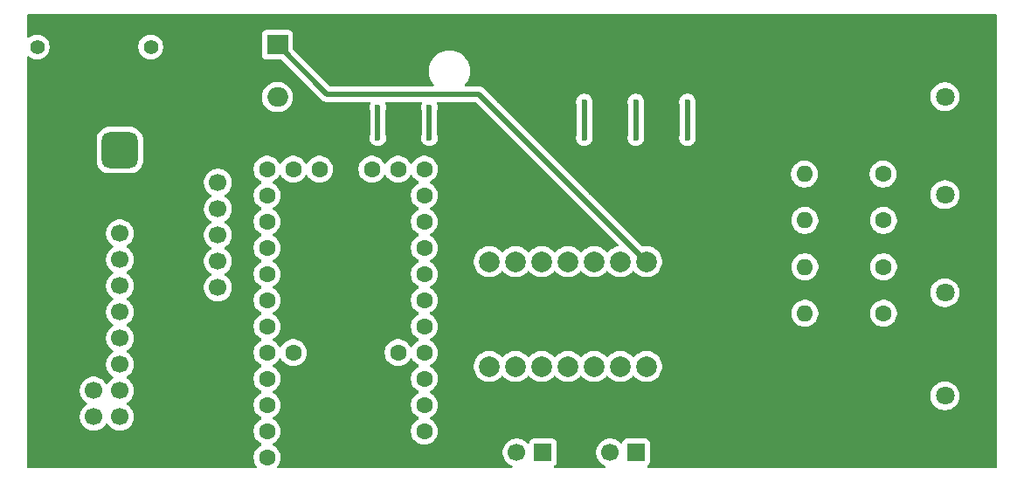
<source format=gbr>
%TF.GenerationSoftware,KiCad,Pcbnew,9.0.1*%
%TF.CreationDate,2025-05-04T20:34:49+10:00*%
%TF.ProjectId,line-follower-mainboard,6c696e65-2d66-46f6-9c6c-6f7765722d6d,rev?*%
%TF.SameCoordinates,Original*%
%TF.FileFunction,Copper,L2,Bot*%
%TF.FilePolarity,Positive*%
%FSLAX46Y46*%
G04 Gerber Fmt 4.6, Leading zero omitted, Abs format (unit mm)*
G04 Created by KiCad (PCBNEW 9.0.1) date 2025-05-04 20:34:49*
%MOMM*%
%LPD*%
G01*
G04 APERTURE LIST*
G04 Aperture macros list*
%AMRoundRect*
0 Rectangle with rounded corners*
0 $1 Rounding radius*
0 $2 $3 $4 $5 $6 $7 $8 $9 X,Y pos of 4 corners*
0 Add a 4 corners polygon primitive as box body*
4,1,4,$2,$3,$4,$5,$6,$7,$8,$9,$2,$3,0*
0 Add four circle primitives for the rounded corners*
1,1,$1+$1,$2,$3*
1,1,$1+$1,$4,$5*
1,1,$1+$1,$6,$7*
1,1,$1+$1,$8,$9*
0 Add four rect primitives between the rounded corners*
20,1,$1+$1,$2,$3,$4,$5,0*
20,1,$1+$1,$4,$5,$6,$7,0*
20,1,$1+$1,$6,$7,$8,$9,0*
20,1,$1+$1,$8,$9,$2,$3,0*%
G04 Aperture macros list end*
%TA.AperFunction,ComponentPad*%
%ADD10R,1.600000X1.600000*%
%TD*%
%TA.AperFunction,ComponentPad*%
%ADD11C,1.600000*%
%TD*%
%TA.AperFunction,ComponentPad*%
%ADD12R,1.800000X1.800000*%
%TD*%
%TA.AperFunction,ComponentPad*%
%ADD13C,1.800000*%
%TD*%
%TA.AperFunction,ComponentPad*%
%ADD14C,2.000000*%
%TD*%
%TA.AperFunction,ComponentPad*%
%ADD15C,3.600000*%
%TD*%
%TA.AperFunction,ConnectorPad*%
%ADD16C,5.600000*%
%TD*%
%TA.AperFunction,ComponentPad*%
%ADD17R,1.700000X1.700000*%
%TD*%
%TA.AperFunction,ComponentPad*%
%ADD18C,1.700000*%
%TD*%
%TA.AperFunction,ComponentPad*%
%ADD19O,1.600000X1.600000*%
%TD*%
%TA.AperFunction,ComponentPad*%
%ADD20C,1.400000*%
%TD*%
%TA.AperFunction,ComponentPad*%
%ADD21RoundRect,0.770000X-0.980000X-0.980000X0.980000X-0.980000X0.980000X0.980000X-0.980000X0.980000X0*%
%TD*%
%TA.AperFunction,ComponentPad*%
%ADD22C,3.500000*%
%TD*%
%TA.AperFunction,ComponentPad*%
%ADD23R,2.000000X1.905000*%
%TD*%
%TA.AperFunction,ComponentPad*%
%ADD24O,2.000000X1.905000*%
%TD*%
%TA.AperFunction,ViaPad*%
%ADD25C,0.600000*%
%TD*%
%TA.AperFunction,Conductor*%
%ADD26C,0.500000*%
%TD*%
G04 APERTURE END LIST*
D10*
%TO.P,U3,1,GND*%
%TO.N,GND*%
X129500000Y-92970000D03*
D11*
%TO.P,U3,2,0*%
%TO.N,/Q0*%
X129500000Y-90430000D03*
%TO.P,U3,3,1*%
%TO.N,/Q1*%
X129500000Y-87890000D03*
%TO.P,U3,4,2*%
%TO.N,/Q2*%
X129500000Y-85350000D03*
%TO.P,U3,5,3*%
%TO.N,/Q3*%
X129500000Y-82810000D03*
%TO.P,U3,6,4_PWM*%
%TO.N,/MOT_B1_PWM*%
X129500000Y-80270000D03*
%TO.P,U3,7,5_INT0_PWM*%
%TO.N,/MOT_B2_PWM*%
X129500000Y-77730000D03*
%TO.P,U3,8,6_INT1*%
%TO.N,unconnected-(U3-6_INT1-Pad8)*%
X129500000Y-75190000D03*
%TO.P,U3,9,7_INT2_RX*%
%TO.N,unconnected-(U3-7_INT2_RX-Pad9)*%
X129500000Y-72650000D03*
%TO.P,U3,10,8_INT3_TX*%
%TO.N,unconnected-(U3-8_INT3_TX-Pad10)*%
X129500000Y-70110000D03*
%TO.P,U3,11,9_PWM*%
%TO.N,/MOT_A2_PWM*%
X129500000Y-67570000D03*
%TO.P,U3,12,10_PWM*%
%TO.N,/MOT_A1_PWM*%
X129500000Y-65030000D03*
%TO.P,U3,13,23*%
%TO.N,/MOT_FLT*%
X126960000Y-65030000D03*
%TO.P,U3,14,+5V*%
%TO.N,5V*%
X124420000Y-65030000D03*
%TO.P,U3,15,GND*%
%TO.N,GND*%
X121880000Y-65030000D03*
%TO.P,U3,16,RST*%
%TO.N,Net-(SW1-A)*%
X119340000Y-65030000D03*
%TO.P,U3,17,22_A11*%
%TO.N,Net-(U3-22_A11)*%
X116800000Y-65030000D03*
%TO.P,U3,18,11_A10_LED*%
%TO.N,unconnected-(U3-11_A10_LED-Pad18)*%
X114260000Y-65030000D03*
%TO.P,U3,19,12_A9_PWM*%
%TO.N,/TRK_SIG*%
X114260000Y-67570000D03*
%TO.P,U3,20,13_A8*%
%TO.N,/SZ_SIG*%
X114260000Y-70110000D03*
%TO.P,U3,21,14_A7_PWM*%
%TO.N,/S1*%
X114260000Y-72650000D03*
%TO.P,U3,22,15_A6_PWM*%
%TO.N,/S2*%
X114260000Y-75190000D03*
%TO.P,U3,23,16_A5*%
%TO.N,/S3*%
X114260000Y-77730000D03*
%TO.P,U3,24,17_A4*%
%TO.N,/S4*%
X114260000Y-80270000D03*
%TO.P,U3,25,18_A3*%
%TO.N,/S5*%
X114260000Y-82810000D03*
%TO.P,U3,26,19_A2*%
%TO.N,/S6*%
X114260000Y-85350000D03*
%TO.P,U3,27,20_A1*%
%TO.N,/S7*%
X114260000Y-87890000D03*
%TO.P,U3,28,21_A0*%
%TO.N,/S8*%
X114260000Y-90430000D03*
%TO.P,U3,29,+5V*%
%TO.N,unconnected-(U3-+5V-Pad29)*%
X114260000Y-92970000D03*
%TO.P,U3,30,24*%
%TO.N,unconnected-(U3-24-Pad30)*%
X126960000Y-82810000D03*
%TO.P,U3,31,AREF*%
%TO.N,unconnected-(U3-AREF-Pad31)*%
X116800000Y-82810000D03*
%TD*%
D12*
%TO.P,D2,1,K*%
%TO.N,GND*%
X182500000Y-77000000D03*
D13*
%TO.P,D2,2,A*%
%TO.N,Net-(D2-A)*%
X179960000Y-77000000D03*
%TD*%
D14*
%TO.P,U4,1,GND*%
%TO.N,GND*%
X153580000Y-74000000D03*
%TO.P,U4,2,VIN*%
%TO.N,VBATT*%
X151040000Y-74000000D03*
%TO.P,U4,3,BIN1*%
%TO.N,/MOT_B1_PWM*%
X148500000Y-74000000D03*
%TO.P,U4,4,BIN2*%
%TO.N,/MOT_B2_PWM*%
X145960000Y-74000000D03*
%TO.P,U4,5,AIN2*%
%TO.N,/MOT_A2_PWM*%
X143420000Y-74000000D03*
%TO.P,U4,6,AIN1*%
%TO.N,/MOT_A1_PWM*%
X140880000Y-74000000D03*
%TO.P,U4,7,nSLEEP*%
%TO.N,unconnected-(U4-nSLEEP-Pad7)*%
X138340000Y-74000000D03*
%TO.P,U4,8,nFAULT*%
%TO.N,/MOT_FLT*%
X135800000Y-74000000D03*
%TO.P,U4,9,GND*%
%TO.N,GND*%
X153580000Y-84160000D03*
%TO.P,U4,10,VMM*%
%TO.N,unconnected-(U4-VMM-Pad10)*%
X151040000Y-84160000D03*
%TO.P,U4,11,BOUT1*%
%TO.N,Net-(J4-Pin_1)*%
X148500000Y-84160000D03*
%TO.P,U4,12,BOUT2*%
%TO.N,Net-(J4-Pin_2)*%
X145960000Y-84160000D03*
%TO.P,U4,13,AOUT2*%
%TO.N,Net-(J5-Pin_1)*%
X143420000Y-84160000D03*
%TO.P,U4,14,AOUT1*%
%TO.N,Net-(J5-Pin_2)*%
X140880000Y-84160000D03*
%TO.P,U4,15,AISEN*%
%TO.N,unconnected-(U4-AISEN-Pad15)*%
X138340000Y-84160000D03*
%TO.P,U4,16,BISEN*%
%TO.N,unconnected-(U4-BISEN-Pad16)*%
X135800000Y-84160000D03*
%TD*%
D15*
%TO.P,H3,1,1*%
%TO.N,GND*%
X109000000Y-89500000D03*
D16*
X109000000Y-89500000D03*
%TD*%
D17*
%TO.P,J4,1,Pin_1*%
%TO.N,Net-(J4-Pin_1)*%
X150040000Y-92500000D03*
D18*
%TO.P,J4,2,Pin_2*%
%TO.N,Net-(J4-Pin_2)*%
X147500000Y-92500000D03*
%TD*%
D11*
%TO.P,R4,1*%
%TO.N,Net-(D4-A)*%
X173960000Y-65500000D03*
D19*
%TO.P,R4,2*%
%TO.N,/Q3*%
X166340000Y-65500000D03*
%TD*%
D15*
%TO.P,H2,1,1*%
%TO.N,GND*%
X164000000Y-54500000D03*
D16*
X164000000Y-54500000D03*
%TD*%
D17*
%TO.P,J3,1,Pin_1*%
%TO.N,GND*%
X109500000Y-79040000D03*
D18*
%TO.P,J3,2,Pin_2*%
%TO.N,5V*%
X109500000Y-76500000D03*
%TO.P,J3,3,Pin_3*%
%TO.N,/TRK_SIG*%
X109500000Y-73960000D03*
%TO.P,J3,4,Pin_4*%
%TO.N,VBATT*%
X109500000Y-71420000D03*
%TO.P,J3,5,Pin_5*%
%TO.N,/SZ_SIG*%
X109500000Y-68880000D03*
%TO.P,J3,6,Pin_6*%
%TO.N,5V*%
X109500000Y-66340000D03*
%TO.P,J3,7,Pin_7*%
%TO.N,GND*%
X109500000Y-63800000D03*
%TD*%
D12*
%TO.P,D1,1,K*%
%TO.N,GND*%
X182500000Y-87000000D03*
D13*
%TO.P,D1,2,A*%
%TO.N,Net-(D1-A)*%
X179960000Y-87000000D03*
%TD*%
D15*
%TO.P,H4,1,1*%
%TO.N,GND*%
X164000000Y-89500000D03*
D16*
X164000000Y-89500000D03*
%TD*%
D12*
%TO.P,D4,1,K*%
%TO.N,GND*%
X182500000Y-58000000D03*
D13*
%TO.P,D4,2,A*%
%TO.N,Net-(D4-A)*%
X179960000Y-58000000D03*
%TD*%
D17*
%TO.P,J2,1,Pin_1*%
%TO.N,GND*%
X97460000Y-71260000D03*
D18*
%TO.P,J2,2,Pin_2*%
%TO.N,/S1*%
X100000000Y-71260000D03*
%TO.P,J2,3,Pin_3*%
%TO.N,GND*%
X97460000Y-73800000D03*
%TO.P,J2,4,Pin_4*%
%TO.N,/S2*%
X100000000Y-73800000D03*
%TO.P,J2,5,Pin_5*%
%TO.N,GND*%
X97460000Y-76340000D03*
%TO.P,J2,6,Pin_6*%
%TO.N,/S3*%
X100000000Y-76340000D03*
%TO.P,J2,7,Pin_7*%
%TO.N,GND*%
X97460000Y-78880000D03*
%TO.P,J2,8,Pin_8*%
%TO.N,/S4*%
X100000000Y-78880000D03*
%TO.P,J2,9,Pin_9*%
%TO.N,GND*%
X97460000Y-81420000D03*
%TO.P,J2,10,Pin_10*%
%TO.N,/S5*%
X100000000Y-81420000D03*
%TO.P,J2,11,Pin_11*%
%TO.N,GND*%
X97460000Y-83960000D03*
%TO.P,J2,12,Pin_12*%
%TO.N,/S6*%
X100000000Y-83960000D03*
%TO.P,J2,13,Pin_13*%
%TO.N,5V*%
X97460000Y-86500000D03*
%TO.P,J2,14,Pin_14*%
%TO.N,/S7*%
X100000000Y-86500000D03*
%TO.P,J2,15,Pin_15*%
%TO.N,/SENSOR_LED*%
X97460000Y-89040000D03*
%TO.P,J2,16,Pin_16*%
%TO.N,/S8*%
X100000000Y-89040000D03*
%TD*%
D11*
%TO.P,R2,1*%
%TO.N,Net-(D2-A)*%
X174000000Y-74500000D03*
D19*
%TO.P,R2,2*%
%TO.N,/Q1*%
X166380000Y-74500000D03*
%TD*%
D20*
%TO.P,J1,*%
%TO.N,*%
X92000000Y-53175000D03*
X103000000Y-53175000D03*
D21*
%TO.P,J1,1,Pin_1*%
%TO.N,VBATT*%
X100000000Y-63175000D03*
D22*
%TO.P,J1,2,Pin_2*%
%TO.N,GND*%
X95000000Y-63175000D03*
%TD*%
D23*
%TO.P,U1,1,IN*%
%TO.N,VBATT*%
X115270000Y-52960000D03*
D24*
%TO.P,U1,2,GND*%
%TO.N,GND*%
X115270000Y-55500000D03*
%TO.P,U1,3,OUT*%
%TO.N,5V*%
X115270000Y-58040000D03*
%TD*%
D12*
%TO.P,D3,1,K*%
%TO.N,GND*%
X182500000Y-67500000D03*
D13*
%TO.P,D3,2,A*%
%TO.N,Net-(D3-A)*%
X179960000Y-67500000D03*
%TD*%
D15*
%TO.P,H1,1,1*%
%TO.N,GND*%
X109000000Y-54500000D03*
D16*
X109000000Y-54500000D03*
%TD*%
D11*
%TO.P,R3,1*%
%TO.N,Net-(D3-A)*%
X174000000Y-70000000D03*
D19*
%TO.P,R3,2*%
%TO.N,/Q2*%
X166380000Y-70000000D03*
%TD*%
D11*
%TO.P,R1,1*%
%TO.N,Net-(D1-A)*%
X174000000Y-79000000D03*
D19*
%TO.P,R1,2*%
%TO.N,/Q0*%
X166380000Y-79000000D03*
%TD*%
D17*
%TO.P,J5,1,Pin_1*%
%TO.N,Net-(J5-Pin_1)*%
X141000000Y-92500000D03*
D18*
%TO.P,J5,2,Pin_2*%
%TO.N,Net-(J5-Pin_2)*%
X138460000Y-92500000D03*
%TD*%
D25*
%TO.N,GND*%
X178000000Y-92500000D03*
X178000000Y-51500000D03*
%TO.N,5V*%
X125000000Y-62000000D03*
X155000000Y-62000000D03*
X130000000Y-62000000D03*
X150000000Y-58500000D03*
X150000000Y-62000000D03*
X130000000Y-59000000D03*
X155000000Y-58500000D03*
X145000000Y-58500000D03*
X125000000Y-59000000D03*
X145000000Y-62000000D03*
%TD*%
D26*
%TO.N,VBATT*%
X115270000Y-52960000D02*
X120061000Y-57751000D01*
X120061000Y-57751000D02*
X134791000Y-57751000D01*
X134791000Y-57751000D02*
X151040000Y-74000000D01*
%TO.N,5V*%
X155000000Y-58500000D02*
X155000000Y-62000000D01*
X150000000Y-58500000D02*
X150000000Y-62000000D01*
X145000000Y-58500000D02*
X145000000Y-62000000D01*
X130000000Y-59000000D02*
X130000000Y-62000000D01*
X125000000Y-59000000D02*
X125000000Y-62000000D01*
%TD*%
%TA.AperFunction,Conductor*%
%TO.N,GND*%
G36*
X184942539Y-50020185D02*
G01*
X184988294Y-50072989D01*
X184999500Y-50124500D01*
X184999500Y-93875500D01*
X184979815Y-93942539D01*
X184927011Y-93988294D01*
X184875500Y-93999500D01*
X151230103Y-93999500D01*
X151163064Y-93979815D01*
X151117309Y-93927011D01*
X151107365Y-93857853D01*
X151136390Y-93794297D01*
X151155792Y-93776234D01*
X151215240Y-93731730D01*
X151247546Y-93707546D01*
X151333796Y-93592331D01*
X151384091Y-93457483D01*
X151390500Y-93397873D01*
X151390499Y-91602128D01*
X151384091Y-91542517D01*
X151384005Y-91542287D01*
X151333797Y-91407671D01*
X151333793Y-91407664D01*
X151247547Y-91292455D01*
X151247544Y-91292452D01*
X151132335Y-91206206D01*
X151132328Y-91206202D01*
X150997482Y-91155908D01*
X150997483Y-91155908D01*
X150937883Y-91149501D01*
X150937881Y-91149500D01*
X150937873Y-91149500D01*
X150937864Y-91149500D01*
X149142129Y-91149500D01*
X149142123Y-91149501D01*
X149082516Y-91155908D01*
X148947671Y-91206202D01*
X148947664Y-91206206D01*
X148832455Y-91292452D01*
X148832452Y-91292455D01*
X148746206Y-91407664D01*
X148746203Y-91407669D01*
X148697189Y-91539083D01*
X148655317Y-91595016D01*
X148589853Y-91619433D01*
X148521580Y-91604581D01*
X148493326Y-91583430D01*
X148379786Y-91469890D01*
X148207820Y-91344951D01*
X148018414Y-91248444D01*
X148018413Y-91248443D01*
X148018412Y-91248443D01*
X147816243Y-91182754D01*
X147816241Y-91182753D01*
X147816240Y-91182753D01*
X147654957Y-91157208D01*
X147606287Y-91149500D01*
X147393713Y-91149500D01*
X147345042Y-91157208D01*
X147183760Y-91182753D01*
X146981585Y-91248444D01*
X146792179Y-91344951D01*
X146620213Y-91469890D01*
X146469890Y-91620213D01*
X146344951Y-91792179D01*
X146248444Y-91981585D01*
X146182753Y-92183760D01*
X146149500Y-92393713D01*
X146149500Y-92606286D01*
X146182753Y-92816239D01*
X146248444Y-93018414D01*
X146344951Y-93207820D01*
X146469890Y-93379786D01*
X146620213Y-93530109D01*
X146792179Y-93655048D01*
X146792181Y-93655049D01*
X146792184Y-93655051D01*
X146981588Y-93751557D01*
X147000092Y-93757569D01*
X147057768Y-93797006D01*
X147084966Y-93861365D01*
X147073051Y-93930211D01*
X147025807Y-93981687D01*
X146961774Y-93999500D01*
X142190103Y-93999500D01*
X142123064Y-93979815D01*
X142077309Y-93927011D01*
X142067365Y-93857853D01*
X142096390Y-93794297D01*
X142115792Y-93776234D01*
X142175240Y-93731730D01*
X142207546Y-93707546D01*
X142293796Y-93592331D01*
X142344091Y-93457483D01*
X142350500Y-93397873D01*
X142350499Y-91602128D01*
X142344091Y-91542517D01*
X142344005Y-91542287D01*
X142293797Y-91407671D01*
X142293793Y-91407664D01*
X142207547Y-91292455D01*
X142207544Y-91292452D01*
X142092335Y-91206206D01*
X142092328Y-91206202D01*
X141957482Y-91155908D01*
X141957483Y-91155908D01*
X141897883Y-91149501D01*
X141897881Y-91149500D01*
X141897873Y-91149500D01*
X141897864Y-91149500D01*
X140102129Y-91149500D01*
X140102123Y-91149501D01*
X140042516Y-91155908D01*
X139907671Y-91206202D01*
X139907664Y-91206206D01*
X139792455Y-91292452D01*
X139792452Y-91292455D01*
X139706206Y-91407664D01*
X139706203Y-91407669D01*
X139657189Y-91539083D01*
X139615317Y-91595016D01*
X139549853Y-91619433D01*
X139481580Y-91604581D01*
X139453326Y-91583430D01*
X139339786Y-91469890D01*
X139167820Y-91344951D01*
X138978414Y-91248444D01*
X138978413Y-91248443D01*
X138978412Y-91248443D01*
X138776243Y-91182754D01*
X138776241Y-91182753D01*
X138776240Y-91182753D01*
X138614957Y-91157208D01*
X138566287Y-91149500D01*
X138353713Y-91149500D01*
X138305042Y-91157208D01*
X138143760Y-91182753D01*
X137941585Y-91248444D01*
X137752179Y-91344951D01*
X137580213Y-91469890D01*
X137429890Y-91620213D01*
X137304951Y-91792179D01*
X137208444Y-91981585D01*
X137142753Y-92183760D01*
X137109500Y-92393713D01*
X137109500Y-92606286D01*
X137142753Y-92816239D01*
X137208444Y-93018414D01*
X137304951Y-93207820D01*
X137429890Y-93379786D01*
X137580213Y-93530109D01*
X137752179Y-93655048D01*
X137752181Y-93655049D01*
X137752184Y-93655051D01*
X137941588Y-93751557D01*
X137960092Y-93757569D01*
X138017768Y-93797006D01*
X138044966Y-93861365D01*
X138033051Y-93930211D01*
X137985807Y-93981687D01*
X137921774Y-93999500D01*
X115362895Y-93999500D01*
X115295856Y-93979815D01*
X115250101Y-93927011D01*
X115240157Y-93857853D01*
X115262577Y-93802615D01*
X115311465Y-93735323D01*
X115372287Y-93651610D01*
X115465220Y-93469219D01*
X115528477Y-93274534D01*
X115560500Y-93072352D01*
X115560500Y-92867648D01*
X115552358Y-92816243D01*
X115528477Y-92665465D01*
X115465218Y-92470776D01*
X115425952Y-92393713D01*
X115372287Y-92288390D01*
X115364556Y-92277749D01*
X115251971Y-92122786D01*
X115107213Y-91978028D01*
X114941614Y-91857715D01*
X114935006Y-91854348D01*
X114848917Y-91810483D01*
X114798123Y-91762511D01*
X114781328Y-91694690D01*
X114803865Y-91628555D01*
X114848917Y-91589516D01*
X114941610Y-91542287D01*
X114962770Y-91526913D01*
X115107213Y-91421971D01*
X115107215Y-91421968D01*
X115107219Y-91421966D01*
X115251966Y-91277219D01*
X115251968Y-91277215D01*
X115251971Y-91277213D01*
X115340102Y-91155909D01*
X115372287Y-91111610D01*
X115465220Y-90929219D01*
X115528477Y-90734534D01*
X115560500Y-90532352D01*
X115560500Y-90327648D01*
X115528477Y-90125466D01*
X115510490Y-90070109D01*
X115465218Y-89930776D01*
X115431503Y-89864607D01*
X115372287Y-89748390D01*
X115316397Y-89671463D01*
X115251971Y-89582786D01*
X115107213Y-89438028D01*
X114941614Y-89317715D01*
X114935006Y-89314348D01*
X114848917Y-89270483D01*
X114798123Y-89222511D01*
X114781328Y-89154690D01*
X114803865Y-89088555D01*
X114848917Y-89049516D01*
X114941610Y-89002287D01*
X115035995Y-88933713D01*
X115107213Y-88881971D01*
X115107215Y-88881968D01*
X115107219Y-88881966D01*
X115251966Y-88737219D01*
X115251968Y-88737215D01*
X115251971Y-88737213D01*
X115304732Y-88664590D01*
X115372287Y-88571610D01*
X115465220Y-88389219D01*
X115528477Y-88194534D01*
X115560500Y-87992352D01*
X115560500Y-87787648D01*
X115528477Y-87585466D01*
X115512925Y-87537603D01*
X115465218Y-87390776D01*
X115431503Y-87324607D01*
X115372287Y-87208390D01*
X115316397Y-87131463D01*
X115251971Y-87042786D01*
X115107213Y-86898028D01*
X114941614Y-86777715D01*
X114935006Y-86774348D01*
X114848917Y-86730483D01*
X114798123Y-86682511D01*
X114781328Y-86614690D01*
X114803865Y-86548555D01*
X114848917Y-86509516D01*
X114941610Y-86462287D01*
X115035995Y-86393713D01*
X115107213Y-86341971D01*
X115107215Y-86341968D01*
X115107219Y-86341966D01*
X115251966Y-86197219D01*
X115251968Y-86197215D01*
X115251971Y-86197213D01*
X115331582Y-86087636D01*
X115372287Y-86031610D01*
X115465220Y-85849219D01*
X115528477Y-85654534D01*
X115560500Y-85452352D01*
X115560500Y-85247648D01*
X115550222Y-85182754D01*
X115528477Y-85045465D01*
X115465218Y-84850776D01*
X115406732Y-84735992D01*
X115372287Y-84668390D01*
X115364556Y-84657749D01*
X115251971Y-84502786D01*
X115107213Y-84358028D01*
X114941614Y-84237715D01*
X114935006Y-84234348D01*
X114848917Y-84190483D01*
X114798123Y-84142511D01*
X114781328Y-84074690D01*
X114803865Y-84008555D01*
X114848917Y-83969516D01*
X114941610Y-83922287D01*
X115035995Y-83853713D01*
X115107213Y-83801971D01*
X115107215Y-83801968D01*
X115107219Y-83801966D01*
X115251966Y-83657219D01*
X115251968Y-83657215D01*
X115251971Y-83657213D01*
X115372284Y-83491614D01*
X115372285Y-83491613D01*
X115372287Y-83491610D01*
X115419516Y-83398917D01*
X115467489Y-83348123D01*
X115535310Y-83331328D01*
X115601445Y-83353865D01*
X115640483Y-83398917D01*
X115684348Y-83485006D01*
X115687715Y-83491614D01*
X115808028Y-83657213D01*
X115952786Y-83801971D01*
X116107749Y-83914556D01*
X116118390Y-83922287D01*
X116211080Y-83969515D01*
X116300776Y-84015218D01*
X116300778Y-84015218D01*
X116300781Y-84015220D01*
X116347276Y-84030327D01*
X116495465Y-84078477D01*
X116514697Y-84081523D01*
X116697648Y-84110500D01*
X116697649Y-84110500D01*
X116902351Y-84110500D01*
X116902352Y-84110500D01*
X117104534Y-84078477D01*
X117299219Y-84015220D01*
X117481610Y-83922287D01*
X117575995Y-83853713D01*
X117647213Y-83801971D01*
X117647215Y-83801968D01*
X117647219Y-83801966D01*
X117791966Y-83657219D01*
X117791968Y-83657215D01*
X117791971Y-83657213D01*
X117845160Y-83584003D01*
X117912287Y-83491610D01*
X118005220Y-83309219D01*
X118068477Y-83114534D01*
X118100500Y-82912352D01*
X118100500Y-82707648D01*
X118068477Y-82505466D01*
X118050490Y-82450109D01*
X118005218Y-82310776D01*
X117959515Y-82221080D01*
X117912287Y-82128390D01*
X117904556Y-82117749D01*
X117791971Y-81962786D01*
X117647213Y-81818028D01*
X117481613Y-81697715D01*
X117481612Y-81697714D01*
X117481610Y-81697713D01*
X117424653Y-81668691D01*
X117299223Y-81604781D01*
X117104534Y-81541522D01*
X116929995Y-81513878D01*
X116902352Y-81509500D01*
X116697648Y-81509500D01*
X116673329Y-81513351D01*
X116495465Y-81541522D01*
X116300776Y-81604781D01*
X116118386Y-81697715D01*
X115952786Y-81818028D01*
X115808028Y-81962786D01*
X115687715Y-82128386D01*
X115640485Y-82221080D01*
X115592510Y-82271876D01*
X115524689Y-82288671D01*
X115458554Y-82266134D01*
X115419515Y-82221080D01*
X115418883Y-82219840D01*
X115372287Y-82128390D01*
X115364556Y-82117749D01*
X115251971Y-81962786D01*
X115107213Y-81818028D01*
X114941614Y-81697715D01*
X114935006Y-81694348D01*
X114848917Y-81650483D01*
X114798123Y-81602511D01*
X114781328Y-81534690D01*
X114803865Y-81468555D01*
X114848917Y-81429516D01*
X114941610Y-81382287D01*
X115035995Y-81313713D01*
X115107213Y-81261971D01*
X115107215Y-81261968D01*
X115107219Y-81261966D01*
X115251966Y-81117219D01*
X115251968Y-81117215D01*
X115251971Y-81117213D01*
X115304732Y-81044590D01*
X115372287Y-80951610D01*
X115465220Y-80769219D01*
X115528477Y-80574534D01*
X115560500Y-80372352D01*
X115560500Y-80167648D01*
X115528477Y-79965466D01*
X115510490Y-79910109D01*
X115465218Y-79770776D01*
X115431503Y-79704607D01*
X115372287Y-79588390D01*
X115364556Y-79577749D01*
X115251971Y-79422786D01*
X115107213Y-79278028D01*
X114941614Y-79157715D01*
X114935006Y-79154348D01*
X114848917Y-79110483D01*
X114798123Y-79062511D01*
X114781328Y-78994690D01*
X114803865Y-78928555D01*
X114848917Y-78889516D01*
X114941610Y-78842287D01*
X115035995Y-78773713D01*
X115107213Y-78721971D01*
X115107215Y-78721968D01*
X115107219Y-78721966D01*
X115251966Y-78577219D01*
X115251968Y-78577215D01*
X115251971Y-78577213D01*
X115307505Y-78500776D01*
X115372287Y-78411610D01*
X115465220Y-78229219D01*
X115528477Y-78034534D01*
X115560500Y-77832352D01*
X115560500Y-77627648D01*
X115528477Y-77425466D01*
X115510490Y-77370109D01*
X115465218Y-77230776D01*
X115403792Y-77110222D01*
X115372287Y-77048390D01*
X115364556Y-77037749D01*
X115251971Y-76882786D01*
X115107213Y-76738028D01*
X114941614Y-76617715D01*
X114919183Y-76606286D01*
X114848917Y-76570483D01*
X114798123Y-76522511D01*
X114781328Y-76454690D01*
X114803865Y-76388555D01*
X114848917Y-76349516D01*
X114941610Y-76302287D01*
X114962770Y-76286913D01*
X115107213Y-76181971D01*
X115107215Y-76181968D01*
X115107219Y-76181966D01*
X115251966Y-76037219D01*
X115251968Y-76037215D01*
X115251971Y-76037213D01*
X115328587Y-75931758D01*
X115372287Y-75871610D01*
X115465220Y-75689219D01*
X115528477Y-75494534D01*
X115560500Y-75292352D01*
X115560500Y-75087648D01*
X115528477Y-74885466D01*
X115510490Y-74830109D01*
X115465218Y-74690776D01*
X115420163Y-74602352D01*
X115372287Y-74508390D01*
X115364556Y-74497749D01*
X115251971Y-74342786D01*
X115107213Y-74198028D01*
X114941614Y-74077715D01*
X114919183Y-74066286D01*
X114848917Y-74030483D01*
X114798123Y-73982511D01*
X114781328Y-73914690D01*
X114803865Y-73848555D01*
X114848917Y-73809516D01*
X114941610Y-73762287D01*
X115035995Y-73693713D01*
X115107213Y-73641971D01*
X115107215Y-73641968D01*
X115107219Y-73641966D01*
X115251966Y-73497219D01*
X115251968Y-73497215D01*
X115251971Y-73497213D01*
X115305160Y-73424003D01*
X115372287Y-73331610D01*
X115465220Y-73149219D01*
X115528477Y-72954534D01*
X115560500Y-72752352D01*
X115560500Y-72547648D01*
X115528477Y-72345466D01*
X115510490Y-72290109D01*
X115465218Y-72150776D01*
X115431503Y-72084607D01*
X115372287Y-71968390D01*
X115364556Y-71957749D01*
X115251971Y-71802786D01*
X115107213Y-71658028D01*
X114941614Y-71537715D01*
X114919183Y-71526286D01*
X114848917Y-71490483D01*
X114798123Y-71442511D01*
X114781328Y-71374690D01*
X114803865Y-71308555D01*
X114848917Y-71269516D01*
X114941610Y-71222287D01*
X115035995Y-71153713D01*
X115107213Y-71101971D01*
X115107215Y-71101968D01*
X115107219Y-71101966D01*
X115251966Y-70957219D01*
X115251968Y-70957215D01*
X115251971Y-70957213D01*
X115331889Y-70847213D01*
X115372287Y-70791610D01*
X115465220Y-70609219D01*
X115528477Y-70414534D01*
X115560500Y-70212352D01*
X115560500Y-70007648D01*
X115550222Y-69942754D01*
X115528477Y-69805465D01*
X115492736Y-69695466D01*
X115465220Y-69610781D01*
X115465218Y-69610778D01*
X115465218Y-69610776D01*
X115409172Y-69500781D01*
X115372287Y-69428390D01*
X115364556Y-69417749D01*
X115251971Y-69262786D01*
X115107213Y-69118028D01*
X114941614Y-68997715D01*
X114919183Y-68986286D01*
X114848917Y-68950483D01*
X114798123Y-68902511D01*
X114781328Y-68834690D01*
X114803865Y-68768555D01*
X114848917Y-68729516D01*
X114941610Y-68682287D01*
X114962770Y-68666913D01*
X115107213Y-68561971D01*
X115107215Y-68561968D01*
X115107219Y-68561966D01*
X115251966Y-68417219D01*
X115251968Y-68417215D01*
X115251971Y-68417213D01*
X115304732Y-68344590D01*
X115372287Y-68251610D01*
X115465220Y-68069219D01*
X115528477Y-67874534D01*
X115560500Y-67672352D01*
X115560500Y-67467648D01*
X115528477Y-67265466D01*
X115465220Y-67070781D01*
X115465218Y-67070778D01*
X115465218Y-67070776D01*
X115409993Y-66962393D01*
X115372287Y-66888390D01*
X115364556Y-66877749D01*
X115251971Y-66722786D01*
X115107213Y-66578028D01*
X114941614Y-66457715D01*
X114919183Y-66446286D01*
X114848917Y-66410483D01*
X114798123Y-66362511D01*
X114781328Y-66294690D01*
X114803865Y-66228555D01*
X114848917Y-66189516D01*
X114941610Y-66142287D01*
X115000502Y-66099500D01*
X115107213Y-66021971D01*
X115107215Y-66021968D01*
X115107219Y-66021966D01*
X115251966Y-65877219D01*
X115251968Y-65877215D01*
X115251971Y-65877213D01*
X115372284Y-65711614D01*
X115372285Y-65711613D01*
X115372287Y-65711610D01*
X115419516Y-65618917D01*
X115467489Y-65568123D01*
X115535310Y-65551328D01*
X115601445Y-65573865D01*
X115640483Y-65618917D01*
X115684348Y-65705006D01*
X115687715Y-65711614D01*
X115808028Y-65877213D01*
X115952786Y-66021971D01*
X116059498Y-66099500D01*
X116118390Y-66142287D01*
X116195566Y-66181610D01*
X116300776Y-66235218D01*
X116300778Y-66235218D01*
X116300781Y-66235220D01*
X116405137Y-66269127D01*
X116495465Y-66298477D01*
X116538613Y-66305311D01*
X116697648Y-66330500D01*
X116697649Y-66330500D01*
X116902351Y-66330500D01*
X116902352Y-66330500D01*
X117104534Y-66298477D01*
X117299219Y-66235220D01*
X117481610Y-66142287D01*
X117574590Y-66074732D01*
X117647213Y-66021971D01*
X117647215Y-66021968D01*
X117647219Y-66021966D01*
X117791966Y-65877219D01*
X117791968Y-65877215D01*
X117791971Y-65877213D01*
X117912284Y-65711614D01*
X117912285Y-65711613D01*
X117912287Y-65711610D01*
X117959516Y-65618917D01*
X118007489Y-65568123D01*
X118075310Y-65551328D01*
X118141445Y-65573865D01*
X118180483Y-65618917D01*
X118224348Y-65705006D01*
X118227715Y-65711614D01*
X118348028Y-65877213D01*
X118492786Y-66021971D01*
X118599498Y-66099500D01*
X118658390Y-66142287D01*
X118735566Y-66181610D01*
X118840776Y-66235218D01*
X118840778Y-66235218D01*
X118840781Y-66235220D01*
X118945137Y-66269127D01*
X119035465Y-66298477D01*
X119078613Y-66305311D01*
X119237648Y-66330500D01*
X119237649Y-66330500D01*
X119442351Y-66330500D01*
X119442352Y-66330500D01*
X119644534Y-66298477D01*
X119839219Y-66235220D01*
X120021610Y-66142287D01*
X120114590Y-66074732D01*
X120187213Y-66021971D01*
X120187215Y-66021968D01*
X120187219Y-66021966D01*
X120331966Y-65877219D01*
X120331968Y-65877215D01*
X120331971Y-65877213D01*
X120384774Y-65804534D01*
X120452287Y-65711610D01*
X120545220Y-65529219D01*
X120608477Y-65334534D01*
X120640500Y-65132352D01*
X120640500Y-64927648D01*
X123119500Y-64927648D01*
X123119500Y-65132352D01*
X123119798Y-65134234D01*
X123151522Y-65334534D01*
X123214781Y-65529223D01*
X123307715Y-65711613D01*
X123428028Y-65877213D01*
X123572786Y-66021971D01*
X123679498Y-66099500D01*
X123738390Y-66142287D01*
X123815566Y-66181610D01*
X123920776Y-66235218D01*
X123920778Y-66235218D01*
X123920781Y-66235220D01*
X124025137Y-66269127D01*
X124115465Y-66298477D01*
X124158613Y-66305311D01*
X124317648Y-66330500D01*
X124317649Y-66330500D01*
X124522351Y-66330500D01*
X124522352Y-66330500D01*
X124724534Y-66298477D01*
X124919219Y-66235220D01*
X125101610Y-66142287D01*
X125194590Y-66074732D01*
X125267213Y-66021971D01*
X125267215Y-66021968D01*
X125267219Y-66021966D01*
X125411966Y-65877219D01*
X125411968Y-65877215D01*
X125411971Y-65877213D01*
X125532284Y-65711614D01*
X125532285Y-65711613D01*
X125532287Y-65711610D01*
X125579516Y-65618917D01*
X125627489Y-65568123D01*
X125695310Y-65551328D01*
X125761445Y-65573865D01*
X125800483Y-65618917D01*
X125844348Y-65705006D01*
X125847715Y-65711614D01*
X125968028Y-65877213D01*
X126112786Y-66021971D01*
X126219498Y-66099500D01*
X126278390Y-66142287D01*
X126355566Y-66181610D01*
X126460776Y-66235218D01*
X126460778Y-66235218D01*
X126460781Y-66235220D01*
X126565137Y-66269127D01*
X126655465Y-66298477D01*
X126698613Y-66305311D01*
X126857648Y-66330500D01*
X126857649Y-66330500D01*
X127062351Y-66330500D01*
X127062352Y-66330500D01*
X127264534Y-66298477D01*
X127459219Y-66235220D01*
X127641610Y-66142287D01*
X127734590Y-66074732D01*
X127807213Y-66021971D01*
X127807215Y-66021968D01*
X127807219Y-66021966D01*
X127951966Y-65877219D01*
X127951968Y-65877215D01*
X127951971Y-65877213D01*
X128072284Y-65711614D01*
X128072285Y-65711613D01*
X128072287Y-65711610D01*
X128119516Y-65618917D01*
X128167489Y-65568123D01*
X128235310Y-65551328D01*
X128301445Y-65573865D01*
X128340483Y-65618917D01*
X128384348Y-65705006D01*
X128387715Y-65711614D01*
X128508028Y-65877213D01*
X128652786Y-66021971D01*
X128759498Y-66099500D01*
X128818390Y-66142287D01*
X128895566Y-66181610D01*
X128911080Y-66189515D01*
X128961876Y-66237490D01*
X128978671Y-66305311D01*
X128956134Y-66371446D01*
X128911080Y-66410485D01*
X128818386Y-66457715D01*
X128652786Y-66578028D01*
X128508028Y-66722786D01*
X128387715Y-66888386D01*
X128294781Y-67070776D01*
X128231522Y-67265465D01*
X128199500Y-67467648D01*
X128199500Y-67672351D01*
X128231522Y-67874534D01*
X128294781Y-68069223D01*
X128347241Y-68172179D01*
X128378751Y-68234022D01*
X128387715Y-68251613D01*
X128508028Y-68417213D01*
X128652786Y-68561971D01*
X128807749Y-68674556D01*
X128818390Y-68682287D01*
X128909840Y-68728883D01*
X128911080Y-68729515D01*
X128961876Y-68777490D01*
X128978671Y-68845311D01*
X128956134Y-68911446D01*
X128911080Y-68950485D01*
X128818386Y-68997715D01*
X128652786Y-69118028D01*
X128508028Y-69262786D01*
X128387715Y-69428386D01*
X128294781Y-69610776D01*
X128231522Y-69805465D01*
X128199500Y-70007648D01*
X128199500Y-70212351D01*
X128231522Y-70414534D01*
X128294781Y-70609223D01*
X128347241Y-70712179D01*
X128362225Y-70741588D01*
X128387715Y-70791613D01*
X128508028Y-70957213D01*
X128652786Y-71101971D01*
X128794896Y-71205218D01*
X128818390Y-71222287D01*
X128909043Y-71268477D01*
X128911080Y-71269515D01*
X128961876Y-71317490D01*
X128978671Y-71385311D01*
X128956134Y-71451446D01*
X128911080Y-71490485D01*
X128818386Y-71537715D01*
X128652786Y-71658028D01*
X128508028Y-71802786D01*
X128387715Y-71968386D01*
X128294781Y-72150776D01*
X128231522Y-72345465D01*
X128199500Y-72547648D01*
X128199500Y-72752351D01*
X128231522Y-72954534D01*
X128294781Y-73149223D01*
X128336716Y-73231523D01*
X128362225Y-73281588D01*
X128387715Y-73331613D01*
X128508028Y-73497213D01*
X128652786Y-73641971D01*
X128807749Y-73754556D01*
X128818390Y-73762287D01*
X128909840Y-73808883D01*
X128911080Y-73809515D01*
X128961876Y-73857490D01*
X128978671Y-73925311D01*
X128956134Y-73991446D01*
X128911080Y-74030485D01*
X128818386Y-74077715D01*
X128652786Y-74198028D01*
X128508028Y-74342786D01*
X128387715Y-74508386D01*
X128294781Y-74690776D01*
X128231522Y-74885465D01*
X128199500Y-75087648D01*
X128199500Y-75292351D01*
X128231522Y-75494534D01*
X128294781Y-75689223D01*
X128352339Y-75802185D01*
X128362225Y-75821588D01*
X128387715Y-75871613D01*
X128508028Y-76037213D01*
X128652786Y-76181971D01*
X128807749Y-76294556D01*
X128818390Y-76302287D01*
X128909840Y-76348883D01*
X128911080Y-76349515D01*
X128961876Y-76397490D01*
X128978671Y-76465311D01*
X128956134Y-76531446D01*
X128911080Y-76570485D01*
X128818386Y-76617715D01*
X128652786Y-76738028D01*
X128508028Y-76882786D01*
X128387715Y-77048386D01*
X128294781Y-77230776D01*
X128231522Y-77425465D01*
X128199500Y-77627648D01*
X128199500Y-77832351D01*
X128231522Y-78034534D01*
X128294781Y-78229223D01*
X128340213Y-78318386D01*
X128382052Y-78400500D01*
X128387715Y-78411613D01*
X128508028Y-78577213D01*
X128652786Y-78721971D01*
X128745500Y-78789330D01*
X128818390Y-78842287D01*
X128909840Y-78888883D01*
X128911080Y-78889515D01*
X128961876Y-78937490D01*
X128978671Y-79005311D01*
X128956134Y-79071446D01*
X128911080Y-79110485D01*
X128818386Y-79157715D01*
X128652786Y-79278028D01*
X128508028Y-79422786D01*
X128387715Y-79588386D01*
X128294781Y-79770776D01*
X128231522Y-79965465D01*
X128199500Y-80167648D01*
X128199500Y-80372351D01*
X128231522Y-80574534D01*
X128294781Y-80769223D01*
X128358691Y-80894653D01*
X128362225Y-80901588D01*
X128387715Y-80951613D01*
X128508028Y-81117213D01*
X128652786Y-81261971D01*
X128807749Y-81374556D01*
X128818390Y-81382287D01*
X128909840Y-81428883D01*
X128911080Y-81429515D01*
X128961876Y-81477490D01*
X128978671Y-81545311D01*
X128956134Y-81611446D01*
X128911080Y-81650485D01*
X128818386Y-81697715D01*
X128652786Y-81818028D01*
X128508028Y-81962786D01*
X128387715Y-82128386D01*
X128340485Y-82221080D01*
X128292510Y-82271876D01*
X128224689Y-82288671D01*
X128158554Y-82266134D01*
X128119515Y-82221080D01*
X128118883Y-82219840D01*
X128072287Y-82128390D01*
X128064556Y-82117749D01*
X127951971Y-81962786D01*
X127807213Y-81818028D01*
X127641613Y-81697715D01*
X127641612Y-81697714D01*
X127641610Y-81697713D01*
X127584653Y-81668691D01*
X127459223Y-81604781D01*
X127264534Y-81541522D01*
X127089995Y-81513878D01*
X127062352Y-81509500D01*
X126857648Y-81509500D01*
X126833329Y-81513351D01*
X126655465Y-81541522D01*
X126460776Y-81604781D01*
X126278386Y-81697715D01*
X126112786Y-81818028D01*
X125968028Y-81962786D01*
X125847715Y-82128386D01*
X125754781Y-82310776D01*
X125691522Y-82505465D01*
X125659500Y-82707648D01*
X125659500Y-82912351D01*
X125691522Y-83114534D01*
X125754781Y-83309223D01*
X125818691Y-83434653D01*
X125822225Y-83441588D01*
X125847715Y-83491613D01*
X125968028Y-83657213D01*
X126112786Y-83801971D01*
X126267749Y-83914556D01*
X126278390Y-83922287D01*
X126371080Y-83969515D01*
X126460776Y-84015218D01*
X126460778Y-84015218D01*
X126460781Y-84015220D01*
X126507276Y-84030327D01*
X126655465Y-84078477D01*
X126674697Y-84081523D01*
X126857648Y-84110500D01*
X126857649Y-84110500D01*
X127062351Y-84110500D01*
X127062352Y-84110500D01*
X127264534Y-84078477D01*
X127459219Y-84015220D01*
X127641610Y-83922287D01*
X127735995Y-83853713D01*
X127807213Y-83801971D01*
X127807215Y-83801968D01*
X127807219Y-83801966D01*
X127951966Y-83657219D01*
X127951968Y-83657215D01*
X127951971Y-83657213D01*
X128072284Y-83491614D01*
X128072285Y-83491613D01*
X128072287Y-83491610D01*
X128119516Y-83398917D01*
X128167489Y-83348123D01*
X128235310Y-83331328D01*
X128301445Y-83353865D01*
X128340483Y-83398917D01*
X128384348Y-83485006D01*
X128387715Y-83491614D01*
X128508028Y-83657213D01*
X128652786Y-83801971D01*
X128807749Y-83914556D01*
X128818390Y-83922287D01*
X128909840Y-83968883D01*
X128911080Y-83969515D01*
X128961876Y-84017490D01*
X128978671Y-84085311D01*
X128956134Y-84151446D01*
X128911080Y-84190485D01*
X128818386Y-84237715D01*
X128652786Y-84358028D01*
X128508028Y-84502786D01*
X128387715Y-84668386D01*
X128294781Y-84850776D01*
X128231522Y-85045465D01*
X128199500Y-85247648D01*
X128199500Y-85452351D01*
X128231522Y-85654534D01*
X128294781Y-85849223D01*
X128358691Y-85974653D01*
X128362225Y-85981588D01*
X128387715Y-86031613D01*
X128508028Y-86197213D01*
X128652786Y-86341971D01*
X128807749Y-86454556D01*
X128818390Y-86462287D01*
X128909840Y-86508883D01*
X128911080Y-86509515D01*
X128961876Y-86557490D01*
X128978671Y-86625311D01*
X128956134Y-86691446D01*
X128911080Y-86730485D01*
X128818386Y-86777715D01*
X128652786Y-86898028D01*
X128508028Y-87042786D01*
X128387715Y-87208386D01*
X128294781Y-87390776D01*
X128231522Y-87585465D01*
X128199500Y-87787648D01*
X128199500Y-87992351D01*
X128231522Y-88194534D01*
X128294781Y-88389223D01*
X128358691Y-88514653D01*
X128362225Y-88521588D01*
X128387715Y-88571613D01*
X128508028Y-88737213D01*
X128652786Y-88881971D01*
X128807749Y-88994556D01*
X128818390Y-89002287D01*
X128909840Y-89048883D01*
X128911080Y-89049515D01*
X128961876Y-89097490D01*
X128978671Y-89165311D01*
X128956134Y-89231446D01*
X128911080Y-89270485D01*
X128818386Y-89317715D01*
X128652786Y-89438028D01*
X128508028Y-89582786D01*
X128387715Y-89748386D01*
X128294781Y-89930776D01*
X128231522Y-90125465D01*
X128199500Y-90327648D01*
X128199500Y-90532351D01*
X128231522Y-90734534D01*
X128294781Y-90929223D01*
X128387715Y-91111613D01*
X128508028Y-91277213D01*
X128652786Y-91421971D01*
X128807749Y-91534556D01*
X128818390Y-91542287D01*
X128934607Y-91601503D01*
X129000776Y-91635218D01*
X129000778Y-91635218D01*
X129000781Y-91635220D01*
X129105137Y-91669127D01*
X129195465Y-91698477D01*
X129214697Y-91701523D01*
X129397648Y-91730500D01*
X129397649Y-91730500D01*
X129602351Y-91730500D01*
X129602352Y-91730500D01*
X129804534Y-91698477D01*
X129999219Y-91635220D01*
X130181610Y-91542287D01*
X130274590Y-91474732D01*
X130347213Y-91421971D01*
X130347215Y-91421968D01*
X130347219Y-91421966D01*
X130491966Y-91277219D01*
X130491968Y-91277215D01*
X130491971Y-91277213D01*
X130580102Y-91155909D01*
X130612287Y-91111610D01*
X130705220Y-90929219D01*
X130768477Y-90734534D01*
X130800500Y-90532352D01*
X130800500Y-90327648D01*
X130768477Y-90125466D01*
X130750490Y-90070109D01*
X130705218Y-89930776D01*
X130671503Y-89864607D01*
X130612287Y-89748390D01*
X130556397Y-89671463D01*
X130491971Y-89582786D01*
X130347213Y-89438028D01*
X130181614Y-89317715D01*
X130175006Y-89314348D01*
X130088917Y-89270483D01*
X130038123Y-89222511D01*
X130021328Y-89154690D01*
X130043865Y-89088555D01*
X130088917Y-89049516D01*
X130181610Y-89002287D01*
X130275995Y-88933713D01*
X130347213Y-88881971D01*
X130347215Y-88881968D01*
X130347219Y-88881966D01*
X130491966Y-88737219D01*
X130491968Y-88737215D01*
X130491971Y-88737213D01*
X130544732Y-88664590D01*
X130612287Y-88571610D01*
X130705220Y-88389219D01*
X130768477Y-88194534D01*
X130800500Y-87992352D01*
X130800500Y-87787648D01*
X130768477Y-87585466D01*
X130752925Y-87537603D01*
X130705218Y-87390776D01*
X130671503Y-87324607D01*
X130612287Y-87208390D01*
X130556397Y-87131463D01*
X130491971Y-87042786D01*
X130347213Y-86898028D01*
X130335858Y-86889778D01*
X178559500Y-86889778D01*
X178559500Y-87110222D01*
X178566434Y-87153999D01*
X178593985Y-87327952D01*
X178662103Y-87537603D01*
X178662104Y-87537606D01*
X178762187Y-87734025D01*
X178891752Y-87912358D01*
X178891756Y-87912363D01*
X179047636Y-88068243D01*
X179047641Y-88068247D01*
X179174216Y-88160208D01*
X179225978Y-88197815D01*
X179354375Y-88263237D01*
X179422393Y-88297895D01*
X179422396Y-88297896D01*
X179527221Y-88331955D01*
X179632049Y-88366015D01*
X179849778Y-88400500D01*
X179849779Y-88400500D01*
X180070221Y-88400500D01*
X180070222Y-88400500D01*
X180287951Y-88366015D01*
X180497606Y-88297895D01*
X180694022Y-88197815D01*
X180872365Y-88068242D01*
X181028242Y-87912365D01*
X181157815Y-87734022D01*
X181257895Y-87537606D01*
X181326015Y-87327951D01*
X181360500Y-87110222D01*
X181360500Y-86889778D01*
X181326015Y-86672049D01*
X181285890Y-86548555D01*
X181257896Y-86462396D01*
X181257895Y-86462393D01*
X181222900Y-86393713D01*
X181157815Y-86265978D01*
X181107855Y-86197213D01*
X181028247Y-86087641D01*
X181028243Y-86087636D01*
X180872363Y-85931756D01*
X180872358Y-85931752D01*
X180694025Y-85802187D01*
X180694024Y-85802186D01*
X180694022Y-85802185D01*
X180631096Y-85770122D01*
X180497606Y-85702104D01*
X180497603Y-85702103D01*
X180287952Y-85633985D01*
X180179086Y-85616742D01*
X180070222Y-85599500D01*
X179849778Y-85599500D01*
X179777201Y-85610995D01*
X179632047Y-85633985D01*
X179422396Y-85702103D01*
X179422393Y-85702104D01*
X179225974Y-85802187D01*
X179047641Y-85931752D01*
X179047636Y-85931756D01*
X178891756Y-86087636D01*
X178891752Y-86087641D01*
X178762187Y-86265974D01*
X178662104Y-86462393D01*
X178662103Y-86462396D01*
X178593985Y-86672047D01*
X178577249Y-86777713D01*
X178559500Y-86889778D01*
X130335858Y-86889778D01*
X130181614Y-86777715D01*
X130175006Y-86774348D01*
X130088917Y-86730483D01*
X130038123Y-86682511D01*
X130021328Y-86614690D01*
X130043865Y-86548555D01*
X130088917Y-86509516D01*
X130181610Y-86462287D01*
X130275995Y-86393713D01*
X130347213Y-86341971D01*
X130347215Y-86341968D01*
X130347219Y-86341966D01*
X130491966Y-86197219D01*
X130491968Y-86197215D01*
X130491971Y-86197213D01*
X130571582Y-86087636D01*
X130612287Y-86031610D01*
X130705220Y-85849219D01*
X130768477Y-85654534D01*
X130800500Y-85452352D01*
X130800500Y-85247648D01*
X130790222Y-85182754D01*
X130768477Y-85045465D01*
X130705218Y-84850776D01*
X130646732Y-84735992D01*
X130612287Y-84668390D01*
X130604556Y-84657749D01*
X130491971Y-84502786D01*
X130347213Y-84358028D01*
X130181614Y-84237715D01*
X130175006Y-84234348D01*
X130088917Y-84190483D01*
X130079764Y-84181838D01*
X130068099Y-84177104D01*
X130054847Y-84158306D01*
X130038123Y-84142511D01*
X130035096Y-84130288D01*
X130027842Y-84119998D01*
X130026856Y-84097017D01*
X130021328Y-84074690D01*
X130025389Y-84062772D01*
X130024850Y-84050192D01*
X130029689Y-84041902D01*
X134299500Y-84041902D01*
X134299500Y-84278097D01*
X134336446Y-84511368D01*
X134409433Y-84735996D01*
X134516657Y-84946433D01*
X134655483Y-85137510D01*
X134822490Y-85304517D01*
X135013567Y-85443343D01*
X135112991Y-85494002D01*
X135224003Y-85550566D01*
X135224005Y-85550566D01*
X135224008Y-85550568D01*
X135344412Y-85589689D01*
X135448631Y-85623553D01*
X135681903Y-85660500D01*
X135681908Y-85660500D01*
X135918097Y-85660500D01*
X136151368Y-85623553D01*
X136225395Y-85599500D01*
X136375992Y-85550568D01*
X136586433Y-85443343D01*
X136777510Y-85304517D01*
X136944517Y-85137510D01*
X136969682Y-85102872D01*
X137025011Y-85060207D01*
X137094625Y-85054228D01*
X137156420Y-85086833D01*
X137170315Y-85102870D01*
X137195483Y-85137510D01*
X137362490Y-85304517D01*
X137553567Y-85443343D01*
X137652991Y-85494002D01*
X137764003Y-85550566D01*
X137764005Y-85550566D01*
X137764008Y-85550568D01*
X137884412Y-85589689D01*
X137988631Y-85623553D01*
X138221903Y-85660500D01*
X138221908Y-85660500D01*
X138458097Y-85660500D01*
X138691368Y-85623553D01*
X138765395Y-85599500D01*
X138915992Y-85550568D01*
X139126433Y-85443343D01*
X139317510Y-85304517D01*
X139484517Y-85137510D01*
X139509682Y-85102872D01*
X139565011Y-85060207D01*
X139634625Y-85054228D01*
X139696420Y-85086833D01*
X139710315Y-85102870D01*
X139735483Y-85137510D01*
X139902490Y-85304517D01*
X140093567Y-85443343D01*
X140192991Y-85494002D01*
X140304003Y-85550566D01*
X140304005Y-85550566D01*
X140304008Y-85550568D01*
X140424412Y-85589689D01*
X140528631Y-85623553D01*
X140761903Y-85660500D01*
X140761908Y-85660500D01*
X140998097Y-85660500D01*
X141231368Y-85623553D01*
X141305395Y-85599500D01*
X141455992Y-85550568D01*
X141666433Y-85443343D01*
X141857510Y-85304517D01*
X142024517Y-85137510D01*
X142049682Y-85102872D01*
X142105011Y-85060207D01*
X142174625Y-85054228D01*
X142236420Y-85086833D01*
X142250315Y-85102870D01*
X142275483Y-85137510D01*
X142442490Y-85304517D01*
X142633567Y-85443343D01*
X142732991Y-85494002D01*
X142844003Y-85550566D01*
X142844005Y-85550566D01*
X142844008Y-85550568D01*
X142964412Y-85589689D01*
X143068631Y-85623553D01*
X143301903Y-85660500D01*
X143301908Y-85660500D01*
X143538097Y-85660500D01*
X143771368Y-85623553D01*
X143845395Y-85599500D01*
X143995992Y-85550568D01*
X144206433Y-85443343D01*
X144397510Y-85304517D01*
X144564517Y-85137510D01*
X144589682Y-85102872D01*
X144645011Y-85060207D01*
X144714625Y-85054228D01*
X144776420Y-85086833D01*
X144790315Y-85102870D01*
X144815483Y-85137510D01*
X144982490Y-85304517D01*
X145173567Y-85443343D01*
X145272991Y-85494002D01*
X145384003Y-85550566D01*
X145384005Y-85550566D01*
X145384008Y-85550568D01*
X145504412Y-85589689D01*
X145608631Y-85623553D01*
X145841903Y-85660500D01*
X145841908Y-85660500D01*
X146078097Y-85660500D01*
X146311368Y-85623553D01*
X146385395Y-85599500D01*
X146535992Y-85550568D01*
X146746433Y-85443343D01*
X146937510Y-85304517D01*
X147104517Y-85137510D01*
X147129682Y-85102872D01*
X147185011Y-85060207D01*
X147254625Y-85054228D01*
X147316420Y-85086833D01*
X147330315Y-85102870D01*
X147355483Y-85137510D01*
X147522490Y-85304517D01*
X147713567Y-85443343D01*
X147812991Y-85494002D01*
X147924003Y-85550566D01*
X147924005Y-85550566D01*
X147924008Y-85550568D01*
X148044412Y-85589689D01*
X148148631Y-85623553D01*
X148381903Y-85660500D01*
X148381908Y-85660500D01*
X148618097Y-85660500D01*
X148851368Y-85623553D01*
X148925395Y-85599500D01*
X149075992Y-85550568D01*
X149286433Y-85443343D01*
X149477510Y-85304517D01*
X149644517Y-85137510D01*
X149669682Y-85102872D01*
X149725011Y-85060207D01*
X149794625Y-85054228D01*
X149856420Y-85086833D01*
X149870315Y-85102870D01*
X149895483Y-85137510D01*
X150062490Y-85304517D01*
X150253567Y-85443343D01*
X150352991Y-85494002D01*
X150464003Y-85550566D01*
X150464005Y-85550566D01*
X150464008Y-85550568D01*
X150584412Y-85589689D01*
X150688631Y-85623553D01*
X150921903Y-85660500D01*
X150921908Y-85660500D01*
X151158097Y-85660500D01*
X151391368Y-85623553D01*
X151465395Y-85599500D01*
X151615992Y-85550568D01*
X151826433Y-85443343D01*
X152017510Y-85304517D01*
X152184517Y-85137510D01*
X152323343Y-84946433D01*
X152430568Y-84735992D01*
X152503553Y-84511368D01*
X152527839Y-84358034D01*
X152540500Y-84278097D01*
X152540500Y-84041902D01*
X152503553Y-83808631D01*
X152454354Y-83657213D01*
X152430568Y-83584008D01*
X152430566Y-83584005D01*
X152430566Y-83584003D01*
X152323342Y-83373566D01*
X152309999Y-83355201D01*
X152184517Y-83182490D01*
X152017510Y-83015483D01*
X151826433Y-82876657D01*
X151615996Y-82769433D01*
X151391368Y-82696446D01*
X151158097Y-82659500D01*
X151158092Y-82659500D01*
X150921908Y-82659500D01*
X150921903Y-82659500D01*
X150688631Y-82696446D01*
X150464003Y-82769433D01*
X150253566Y-82876657D01*
X150204437Y-82912352D01*
X150062490Y-83015483D01*
X150062488Y-83015485D01*
X150062487Y-83015485D01*
X149895484Y-83182488D01*
X149870318Y-83217127D01*
X149814987Y-83259792D01*
X149745374Y-83265771D01*
X149683579Y-83233165D01*
X149669682Y-83217127D01*
X149644517Y-83182490D01*
X149477510Y-83015483D01*
X149286433Y-82876657D01*
X149075996Y-82769433D01*
X148851368Y-82696446D01*
X148618097Y-82659500D01*
X148618092Y-82659500D01*
X148381908Y-82659500D01*
X148381903Y-82659500D01*
X148148631Y-82696446D01*
X147924003Y-82769433D01*
X147713566Y-82876657D01*
X147664437Y-82912352D01*
X147522490Y-83015483D01*
X147522488Y-83015485D01*
X147522487Y-83015485D01*
X147355484Y-83182488D01*
X147330318Y-83217127D01*
X147274987Y-83259792D01*
X147205374Y-83265771D01*
X147143579Y-83233165D01*
X147129682Y-83217127D01*
X147104517Y-83182490D01*
X146937510Y-83015483D01*
X146746433Y-82876657D01*
X146535996Y-82769433D01*
X146311368Y-82696446D01*
X146078097Y-82659500D01*
X146078092Y-82659500D01*
X145841908Y-82659500D01*
X145841903Y-82659500D01*
X145608631Y-82696446D01*
X145384003Y-82769433D01*
X145173566Y-82876657D01*
X145124437Y-82912352D01*
X144982490Y-83015483D01*
X144982488Y-83015485D01*
X144982487Y-83015485D01*
X144815484Y-83182488D01*
X144790318Y-83217127D01*
X144734987Y-83259792D01*
X144665374Y-83265771D01*
X144603579Y-83233165D01*
X144589682Y-83217127D01*
X144564517Y-83182490D01*
X144397510Y-83015483D01*
X144206433Y-82876657D01*
X143995996Y-82769433D01*
X143771368Y-82696446D01*
X143538097Y-82659500D01*
X143538092Y-82659500D01*
X143301908Y-82659500D01*
X143301903Y-82659500D01*
X143068631Y-82696446D01*
X142844003Y-82769433D01*
X142633566Y-82876657D01*
X142584437Y-82912352D01*
X142442490Y-83015483D01*
X142442488Y-83015485D01*
X142442487Y-83015485D01*
X142275484Y-83182488D01*
X142250318Y-83217127D01*
X142194987Y-83259792D01*
X142125374Y-83265771D01*
X142063579Y-83233165D01*
X142049682Y-83217127D01*
X142024517Y-83182490D01*
X141857510Y-83015483D01*
X141666433Y-82876657D01*
X141455996Y-82769433D01*
X141231368Y-82696446D01*
X140998097Y-82659500D01*
X140998092Y-82659500D01*
X140761908Y-82659500D01*
X140761903Y-82659500D01*
X140528631Y-82696446D01*
X140304003Y-82769433D01*
X140093566Y-82876657D01*
X140044437Y-82912352D01*
X139902490Y-83015483D01*
X139902488Y-83015485D01*
X139902487Y-83015485D01*
X139735484Y-83182488D01*
X139710318Y-83217127D01*
X139654987Y-83259792D01*
X139585374Y-83265771D01*
X139523579Y-83233165D01*
X139509682Y-83217127D01*
X139484517Y-83182490D01*
X139317510Y-83015483D01*
X139126433Y-82876657D01*
X138915996Y-82769433D01*
X138691368Y-82696446D01*
X138458097Y-82659500D01*
X138458092Y-82659500D01*
X138221908Y-82659500D01*
X138221903Y-82659500D01*
X137988631Y-82696446D01*
X137764003Y-82769433D01*
X137553566Y-82876657D01*
X137504437Y-82912352D01*
X137362490Y-83015483D01*
X137362488Y-83015485D01*
X137362487Y-83015485D01*
X137195484Y-83182488D01*
X137170318Y-83217127D01*
X137114987Y-83259792D01*
X137045374Y-83265771D01*
X136983579Y-83233165D01*
X136969682Y-83217127D01*
X136944517Y-83182490D01*
X136777510Y-83015483D01*
X136586433Y-82876657D01*
X136375996Y-82769433D01*
X136151368Y-82696446D01*
X135918097Y-82659500D01*
X135918092Y-82659500D01*
X135681908Y-82659500D01*
X135681903Y-82659500D01*
X135448631Y-82696446D01*
X135224003Y-82769433D01*
X135013566Y-82876657D01*
X134964437Y-82912352D01*
X134822490Y-83015483D01*
X134822488Y-83015485D01*
X134822487Y-83015485D01*
X134655485Y-83182487D01*
X134655485Y-83182488D01*
X134655483Y-83182490D01*
X134604851Y-83252179D01*
X134516657Y-83373566D01*
X134409433Y-83584003D01*
X134336446Y-83808631D01*
X134299500Y-84041902D01*
X130029689Y-84041902D01*
X130036445Y-84030327D01*
X130043865Y-84008555D01*
X130054569Y-83999279D01*
X130060073Y-83989851D01*
X130088916Y-83969516D01*
X130181610Y-83922287D01*
X130275995Y-83853713D01*
X130347213Y-83801971D01*
X130347215Y-83801968D01*
X130347219Y-83801966D01*
X130491966Y-83657219D01*
X130491968Y-83657215D01*
X130491971Y-83657213D01*
X130545160Y-83584003D01*
X130612287Y-83491610D01*
X130705220Y-83309219D01*
X130768477Y-83114534D01*
X130800500Y-82912352D01*
X130800500Y-82707648D01*
X130768477Y-82505466D01*
X130750490Y-82450109D01*
X130705218Y-82310776D01*
X130659515Y-82221080D01*
X130612287Y-82128390D01*
X130604556Y-82117749D01*
X130491971Y-81962786D01*
X130347213Y-81818028D01*
X130181614Y-81697715D01*
X130175006Y-81694348D01*
X130088917Y-81650483D01*
X130038123Y-81602511D01*
X130021328Y-81534690D01*
X130043865Y-81468555D01*
X130088917Y-81429516D01*
X130181610Y-81382287D01*
X130275995Y-81313713D01*
X130347213Y-81261971D01*
X130347215Y-81261968D01*
X130347219Y-81261966D01*
X130491966Y-81117219D01*
X130491968Y-81117215D01*
X130491971Y-81117213D01*
X130544732Y-81044590D01*
X130612287Y-80951610D01*
X130705220Y-80769219D01*
X130768477Y-80574534D01*
X130800500Y-80372352D01*
X130800500Y-80167648D01*
X130768477Y-79965466D01*
X130750490Y-79910109D01*
X130705218Y-79770776D01*
X130671503Y-79704607D01*
X130612287Y-79588390D01*
X130604556Y-79577749D01*
X130491971Y-79422786D01*
X130347213Y-79278028D01*
X130181614Y-79157715D01*
X130175006Y-79154348D01*
X130088917Y-79110483D01*
X130082978Y-79104874D01*
X130075209Y-79102349D01*
X165079499Y-79102349D01*
X165111522Y-79304534D01*
X165174781Y-79499223D01*
X165267715Y-79681613D01*
X165388028Y-79847213D01*
X165532786Y-79991971D01*
X165664261Y-80087491D01*
X165698390Y-80112287D01*
X165807042Y-80167648D01*
X165880776Y-80205218D01*
X165880778Y-80205218D01*
X165880781Y-80205220D01*
X165930723Y-80221447D01*
X166075465Y-80268477D01*
X166176557Y-80284488D01*
X166277648Y-80300500D01*
X166277649Y-80300500D01*
X166482351Y-80300500D01*
X166482352Y-80300500D01*
X166684534Y-80268477D01*
X166879219Y-80205220D01*
X167061610Y-80112287D01*
X167167917Y-80035051D01*
X167227213Y-79991971D01*
X167227215Y-79991968D01*
X167227219Y-79991966D01*
X167371966Y-79847219D01*
X167371968Y-79847215D01*
X167371971Y-79847213D01*
X167435489Y-79759786D01*
X167492287Y-79681610D01*
X167585220Y-79499219D01*
X167648477Y-79304534D01*
X167680500Y-79102352D01*
X167680500Y-79102349D01*
X172699499Y-79102349D01*
X172731522Y-79304534D01*
X172794781Y-79499223D01*
X172887715Y-79681613D01*
X173008028Y-79847213D01*
X173152786Y-79991971D01*
X173284261Y-80087491D01*
X173318390Y-80112287D01*
X173427042Y-80167648D01*
X173500776Y-80205218D01*
X173500778Y-80205218D01*
X173500781Y-80205220D01*
X173550723Y-80221447D01*
X173695465Y-80268477D01*
X173796557Y-80284488D01*
X173897648Y-80300500D01*
X173897649Y-80300500D01*
X174102351Y-80300500D01*
X174102352Y-80300500D01*
X174304534Y-80268477D01*
X174499219Y-80205220D01*
X174681610Y-80112287D01*
X174787917Y-80035051D01*
X174847213Y-79991971D01*
X174847215Y-79991968D01*
X174847219Y-79991966D01*
X174991966Y-79847219D01*
X174991968Y-79847215D01*
X174991971Y-79847213D01*
X175055489Y-79759786D01*
X175112287Y-79681610D01*
X175205220Y-79499219D01*
X175268477Y-79304534D01*
X175300500Y-79102352D01*
X175300500Y-78897648D01*
X175268477Y-78695466D01*
X175205220Y-78500781D01*
X175205218Y-78500778D01*
X175205218Y-78500776D01*
X175171503Y-78434607D01*
X175112287Y-78318390D01*
X175097397Y-78297895D01*
X174991971Y-78152786D01*
X174847213Y-78008028D01*
X174681613Y-77887715D01*
X174681612Y-77887714D01*
X174681610Y-77887713D01*
X174624653Y-77858691D01*
X174499223Y-77794781D01*
X174304534Y-77731522D01*
X174129995Y-77703878D01*
X174102352Y-77699500D01*
X173897648Y-77699500D01*
X173873329Y-77703351D01*
X173695465Y-77731522D01*
X173500776Y-77794781D01*
X173318386Y-77887715D01*
X173152786Y-78008028D01*
X173008028Y-78152786D01*
X172887715Y-78318386D01*
X172794781Y-78500776D01*
X172731522Y-78695465D01*
X172699500Y-78897648D01*
X172699500Y-79102349D01*
X172699499Y-79102349D01*
X167680500Y-79102349D01*
X167680500Y-78897648D01*
X167648477Y-78695466D01*
X167585220Y-78500781D01*
X167585218Y-78500778D01*
X167585218Y-78500776D01*
X167551503Y-78434607D01*
X167492287Y-78318390D01*
X167477397Y-78297895D01*
X167371971Y-78152786D01*
X167227213Y-78008028D01*
X167061613Y-77887715D01*
X167061612Y-77887714D01*
X167061610Y-77887713D01*
X167004653Y-77858691D01*
X166879223Y-77794781D01*
X166684534Y-77731522D01*
X166509995Y-77703878D01*
X166482352Y-77699500D01*
X166277648Y-77699500D01*
X166253329Y-77703351D01*
X166075465Y-77731522D01*
X165880776Y-77794781D01*
X165698386Y-77887715D01*
X165532786Y-78008028D01*
X165388028Y-78152786D01*
X165267715Y-78318386D01*
X165174781Y-78500776D01*
X165111522Y-78695465D01*
X165079500Y-78897648D01*
X165079500Y-79102349D01*
X165079499Y-79102349D01*
X130075209Y-79102349D01*
X130057950Y-79081237D01*
X130038123Y-79062511D01*
X130036158Y-79054579D01*
X130030988Y-79048254D01*
X130027883Y-79021160D01*
X130021328Y-78994690D01*
X130023963Y-78986956D01*
X130023033Y-78978839D01*
X130035068Y-78954369D01*
X130043865Y-78928555D01*
X130051058Y-78921858D01*
X130053870Y-78916142D01*
X130071972Y-78902389D01*
X130081195Y-78893804D01*
X130084976Y-78891524D01*
X130181610Y-78842287D01*
X130347219Y-78721966D01*
X130491966Y-78577219D01*
X130491968Y-78577215D01*
X130491971Y-78577213D01*
X130547505Y-78500776D01*
X130612287Y-78411610D01*
X130705220Y-78229219D01*
X130768477Y-78034534D01*
X130800500Y-77832352D01*
X130800500Y-77627648D01*
X130768477Y-77425466D01*
X130750490Y-77370109D01*
X130705218Y-77230776D01*
X130643792Y-77110222D01*
X130612287Y-77048390D01*
X130497050Y-76889778D01*
X178559500Y-76889778D01*
X178559500Y-77110221D01*
X178593985Y-77327952D01*
X178662103Y-77537603D01*
X178662104Y-77537606D01*
X178707984Y-77627648D01*
X178760911Y-77731522D01*
X178762187Y-77734025D01*
X178891752Y-77912358D01*
X178891756Y-77912363D01*
X179047636Y-78068243D01*
X179047641Y-78068247D01*
X179190693Y-78172179D01*
X179225978Y-78197815D01*
X179354375Y-78263237D01*
X179422393Y-78297895D01*
X179422396Y-78297896D01*
X179485472Y-78318390D01*
X179632049Y-78366015D01*
X179849778Y-78400500D01*
X179849779Y-78400500D01*
X180070221Y-78400500D01*
X180070222Y-78400500D01*
X180287951Y-78366015D01*
X180497606Y-78297895D01*
X180694022Y-78197815D01*
X180872365Y-78068242D01*
X181028242Y-77912365D01*
X181157815Y-77734022D01*
X181257895Y-77537606D01*
X181326015Y-77327951D01*
X181360500Y-77110222D01*
X181360500Y-76889778D01*
X181326015Y-76672049D01*
X181257895Y-76462394D01*
X181257895Y-76462393D01*
X181220272Y-76388555D01*
X181157815Y-76265978D01*
X181134373Y-76233713D01*
X181028247Y-76087641D01*
X181028243Y-76087636D01*
X180872363Y-75931756D01*
X180872358Y-75931752D01*
X180694025Y-75802187D01*
X180694024Y-75802186D01*
X180694022Y-75802185D01*
X180627867Y-75768477D01*
X180497606Y-75702104D01*
X180497603Y-75702103D01*
X180287952Y-75633985D01*
X180179086Y-75616742D01*
X180070222Y-75599500D01*
X179849778Y-75599500D01*
X179777201Y-75610995D01*
X179632047Y-75633985D01*
X179422396Y-75702103D01*
X179422393Y-75702104D01*
X179225974Y-75802187D01*
X179047641Y-75931752D01*
X179047636Y-75931756D01*
X178891756Y-76087636D01*
X178891752Y-76087641D01*
X178762187Y-76265974D01*
X178662104Y-76462393D01*
X178662103Y-76462396D01*
X178593985Y-76672047D01*
X178559500Y-76889778D01*
X130497050Y-76889778D01*
X130491966Y-76882781D01*
X130347219Y-76738034D01*
X130347213Y-76738028D01*
X130181614Y-76617715D01*
X130159183Y-76606286D01*
X130088917Y-76570483D01*
X130038123Y-76522511D01*
X130021328Y-76454690D01*
X130043865Y-76388555D01*
X130088917Y-76349516D01*
X130181610Y-76302287D01*
X130202770Y-76286913D01*
X130347213Y-76181971D01*
X130347215Y-76181968D01*
X130347219Y-76181966D01*
X130491966Y-76037219D01*
X130491968Y-76037215D01*
X130491971Y-76037213D01*
X130568587Y-75931758D01*
X130612287Y-75871610D01*
X130705220Y-75689219D01*
X130768477Y-75494534D01*
X130800500Y-75292352D01*
X130800500Y-75087648D01*
X130768477Y-74885466D01*
X130750490Y-74830109D01*
X130705218Y-74690776D01*
X130660163Y-74602352D01*
X130612287Y-74508390D01*
X130604556Y-74497749D01*
X130491971Y-74342786D01*
X130347213Y-74198028D01*
X130181614Y-74077715D01*
X130159183Y-74066286D01*
X130088917Y-74030483D01*
X130038123Y-73982511D01*
X130021328Y-73914690D01*
X130043865Y-73848555D01*
X130088917Y-73809516D01*
X130181610Y-73762287D01*
X130275995Y-73693713D01*
X130347213Y-73641971D01*
X130347215Y-73641968D01*
X130347219Y-73641966D01*
X130491966Y-73497219D01*
X130491968Y-73497215D01*
X130491971Y-73497213D01*
X130545160Y-73424003D01*
X130612287Y-73331610D01*
X130705220Y-73149219D01*
X130768477Y-72954534D01*
X130800500Y-72752352D01*
X130800500Y-72547648D01*
X130768477Y-72345466D01*
X130750490Y-72290109D01*
X130705218Y-72150776D01*
X130671503Y-72084607D01*
X130612287Y-71968390D01*
X130604556Y-71957749D01*
X130491971Y-71802786D01*
X130347213Y-71658028D01*
X130181614Y-71537715D01*
X130159183Y-71526286D01*
X130088917Y-71490483D01*
X130038123Y-71442511D01*
X130021328Y-71374690D01*
X130043865Y-71308555D01*
X130088917Y-71269516D01*
X130181610Y-71222287D01*
X130275995Y-71153713D01*
X130347213Y-71101971D01*
X130347215Y-71101968D01*
X130347219Y-71101966D01*
X130491966Y-70957219D01*
X130491968Y-70957215D01*
X130491971Y-70957213D01*
X130571889Y-70847213D01*
X130612287Y-70791610D01*
X130705220Y-70609219D01*
X130768477Y-70414534D01*
X130800500Y-70212352D01*
X130800500Y-70007648D01*
X130790222Y-69942754D01*
X130768477Y-69805465D01*
X130732736Y-69695466D01*
X130705220Y-69610781D01*
X130705218Y-69610778D01*
X130705218Y-69610776D01*
X130649172Y-69500781D01*
X130612287Y-69428390D01*
X130604556Y-69417749D01*
X130491971Y-69262786D01*
X130347213Y-69118028D01*
X130181614Y-68997715D01*
X130159183Y-68986286D01*
X130088917Y-68950483D01*
X130038123Y-68902511D01*
X130021328Y-68834690D01*
X130043865Y-68768555D01*
X130088917Y-68729516D01*
X130181610Y-68682287D01*
X130202770Y-68666913D01*
X130347213Y-68561971D01*
X130347215Y-68561968D01*
X130347219Y-68561966D01*
X130491966Y-68417219D01*
X130491968Y-68417215D01*
X130491971Y-68417213D01*
X130544732Y-68344590D01*
X130612287Y-68251610D01*
X130705220Y-68069219D01*
X130768477Y-67874534D01*
X130800500Y-67672352D01*
X130800500Y-67467648D01*
X130768477Y-67265466D01*
X130705220Y-67070781D01*
X130705218Y-67070778D01*
X130705218Y-67070776D01*
X130649993Y-66962393D01*
X130612287Y-66888390D01*
X130604556Y-66877749D01*
X130491971Y-66722786D01*
X130347213Y-66578028D01*
X130181614Y-66457715D01*
X130159183Y-66446286D01*
X130088917Y-66410483D01*
X130038123Y-66362511D01*
X130021328Y-66294690D01*
X130043865Y-66228555D01*
X130088917Y-66189516D01*
X130181610Y-66142287D01*
X130240502Y-66099500D01*
X130347213Y-66021971D01*
X130347215Y-66021968D01*
X130347219Y-66021966D01*
X130491966Y-65877219D01*
X130491968Y-65877215D01*
X130491971Y-65877213D01*
X130544774Y-65804534D01*
X130612287Y-65711610D01*
X130705220Y-65529219D01*
X130768477Y-65334534D01*
X130800500Y-65132352D01*
X130800500Y-64927648D01*
X130768477Y-64725466D01*
X130705220Y-64530781D01*
X130705218Y-64530778D01*
X130705218Y-64530776D01*
X130659515Y-64441080D01*
X130612287Y-64348390D01*
X130573338Y-64294781D01*
X130491971Y-64182786D01*
X130347213Y-64038028D01*
X130181613Y-63917715D01*
X130181612Y-63917714D01*
X130181610Y-63917713D01*
X130124653Y-63888691D01*
X129999223Y-63824781D01*
X129804534Y-63761522D01*
X129629995Y-63733878D01*
X129602352Y-63729500D01*
X129397648Y-63729500D01*
X129373329Y-63733351D01*
X129195465Y-63761522D01*
X129000776Y-63824781D01*
X128818386Y-63917715D01*
X128652786Y-64038028D01*
X128508028Y-64182786D01*
X128387715Y-64348386D01*
X128340485Y-64441080D01*
X128292510Y-64491876D01*
X128224689Y-64508671D01*
X128158554Y-64486134D01*
X128119515Y-64441080D01*
X128092323Y-64387713D01*
X128072287Y-64348390D01*
X128033338Y-64294781D01*
X127951971Y-64182786D01*
X127807213Y-64038028D01*
X127641613Y-63917715D01*
X127641612Y-63917714D01*
X127641610Y-63917713D01*
X127584653Y-63888691D01*
X127459223Y-63824781D01*
X127264534Y-63761522D01*
X127089995Y-63733878D01*
X127062352Y-63729500D01*
X126857648Y-63729500D01*
X126833329Y-63733351D01*
X126655465Y-63761522D01*
X126460776Y-63824781D01*
X126278386Y-63917715D01*
X126112786Y-64038028D01*
X125968028Y-64182786D01*
X125847715Y-64348386D01*
X125800485Y-64441080D01*
X125752510Y-64491876D01*
X125684689Y-64508671D01*
X125618554Y-64486134D01*
X125579515Y-64441080D01*
X125552323Y-64387713D01*
X125532287Y-64348390D01*
X125493338Y-64294781D01*
X125411971Y-64182786D01*
X125267213Y-64038028D01*
X125101613Y-63917715D01*
X125101612Y-63917714D01*
X125101610Y-63917713D01*
X125044653Y-63888691D01*
X124919223Y-63824781D01*
X124724534Y-63761522D01*
X124549995Y-63733878D01*
X124522352Y-63729500D01*
X124317648Y-63729500D01*
X124293329Y-63733351D01*
X124115465Y-63761522D01*
X123920776Y-63824781D01*
X123738386Y-63917715D01*
X123572786Y-64038028D01*
X123428028Y-64182786D01*
X123307715Y-64348386D01*
X123214781Y-64530776D01*
X123151522Y-64725465D01*
X123119500Y-64927648D01*
X120640500Y-64927648D01*
X120608477Y-64725466D01*
X120545220Y-64530781D01*
X120545218Y-64530778D01*
X120545218Y-64530776D01*
X120499515Y-64441080D01*
X120452287Y-64348390D01*
X120413338Y-64294781D01*
X120331971Y-64182786D01*
X120187213Y-64038028D01*
X120021613Y-63917715D01*
X120021612Y-63917714D01*
X120021610Y-63917713D01*
X119964653Y-63888691D01*
X119839223Y-63824781D01*
X119644534Y-63761522D01*
X119469995Y-63733878D01*
X119442352Y-63729500D01*
X119237648Y-63729500D01*
X119213329Y-63733351D01*
X119035465Y-63761522D01*
X118840776Y-63824781D01*
X118658386Y-63917715D01*
X118492786Y-64038028D01*
X118348028Y-64182786D01*
X118227715Y-64348386D01*
X118180485Y-64441080D01*
X118132510Y-64491876D01*
X118064689Y-64508671D01*
X117998554Y-64486134D01*
X117959515Y-64441080D01*
X117932323Y-64387713D01*
X117912287Y-64348390D01*
X117873338Y-64294781D01*
X117791971Y-64182786D01*
X117647213Y-64038028D01*
X117481613Y-63917715D01*
X117481612Y-63917714D01*
X117481610Y-63917713D01*
X117424653Y-63888691D01*
X117299223Y-63824781D01*
X117104534Y-63761522D01*
X116929995Y-63733878D01*
X116902352Y-63729500D01*
X116697648Y-63729500D01*
X116673329Y-63733351D01*
X116495465Y-63761522D01*
X116300776Y-63824781D01*
X116118386Y-63917715D01*
X115952786Y-64038028D01*
X115808028Y-64182786D01*
X115687715Y-64348386D01*
X115640485Y-64441080D01*
X115592510Y-64491876D01*
X115524689Y-64508671D01*
X115458554Y-64486134D01*
X115419515Y-64441080D01*
X115392323Y-64387713D01*
X115372287Y-64348390D01*
X115333338Y-64294781D01*
X115251971Y-64182786D01*
X115107213Y-64038028D01*
X114941613Y-63917715D01*
X114941612Y-63917714D01*
X114941610Y-63917713D01*
X114884653Y-63888691D01*
X114759223Y-63824781D01*
X114564534Y-63761522D01*
X114389995Y-63733878D01*
X114362352Y-63729500D01*
X114157648Y-63729500D01*
X114133329Y-63733351D01*
X113955465Y-63761522D01*
X113760776Y-63824781D01*
X113578386Y-63917715D01*
X113412786Y-64038028D01*
X113268028Y-64182786D01*
X113147715Y-64348386D01*
X113054781Y-64530776D01*
X112991522Y-64725465D01*
X112959500Y-64927648D01*
X112959500Y-65132352D01*
X112959798Y-65134234D01*
X112991522Y-65334534D01*
X113054781Y-65529223D01*
X113147715Y-65711613D01*
X113268028Y-65877213D01*
X113412786Y-66021971D01*
X113519498Y-66099500D01*
X113578390Y-66142287D01*
X113655566Y-66181610D01*
X113671080Y-66189515D01*
X113721876Y-66237490D01*
X113738671Y-66305311D01*
X113716134Y-66371446D01*
X113671080Y-66410485D01*
X113578386Y-66457715D01*
X113412786Y-66578028D01*
X113268028Y-66722786D01*
X113147715Y-66888386D01*
X113054781Y-67070776D01*
X112991522Y-67265465D01*
X112959500Y-67467648D01*
X112959500Y-67672351D01*
X112991522Y-67874534D01*
X113054781Y-68069223D01*
X113107241Y-68172179D01*
X113138751Y-68234022D01*
X113147715Y-68251613D01*
X113268028Y-68417213D01*
X113412786Y-68561971D01*
X113567749Y-68674556D01*
X113578390Y-68682287D01*
X113669840Y-68728883D01*
X113671080Y-68729515D01*
X113721876Y-68777490D01*
X113738671Y-68845311D01*
X113716134Y-68911446D01*
X113671080Y-68950485D01*
X113578386Y-68997715D01*
X113412786Y-69118028D01*
X113268028Y-69262786D01*
X113147715Y-69428386D01*
X113054781Y-69610776D01*
X112991522Y-69805465D01*
X112959500Y-70007648D01*
X112959500Y-70212351D01*
X112991522Y-70414534D01*
X113054781Y-70609223D01*
X113107241Y-70712179D01*
X113122225Y-70741588D01*
X113147715Y-70791613D01*
X113268028Y-70957213D01*
X113412786Y-71101971D01*
X113554896Y-71205218D01*
X113578390Y-71222287D01*
X113669043Y-71268477D01*
X113671080Y-71269515D01*
X113721876Y-71317490D01*
X113738671Y-71385311D01*
X113716134Y-71451446D01*
X113671080Y-71490485D01*
X113578386Y-71537715D01*
X113412786Y-71658028D01*
X113268028Y-71802786D01*
X113147715Y-71968386D01*
X113054781Y-72150776D01*
X112991522Y-72345465D01*
X112959500Y-72547648D01*
X112959500Y-72752351D01*
X112991522Y-72954534D01*
X113054781Y-73149223D01*
X113096716Y-73231523D01*
X113122225Y-73281588D01*
X113147715Y-73331613D01*
X113268028Y-73497213D01*
X113412786Y-73641971D01*
X113567749Y-73754556D01*
X113578390Y-73762287D01*
X113669840Y-73808883D01*
X113671080Y-73809515D01*
X113721876Y-73857490D01*
X113738671Y-73925311D01*
X113716134Y-73991446D01*
X113671080Y-74030485D01*
X113578386Y-74077715D01*
X113412786Y-74198028D01*
X113268028Y-74342786D01*
X113147715Y-74508386D01*
X113054781Y-74690776D01*
X112991522Y-74885465D01*
X112959500Y-75087648D01*
X112959500Y-75292351D01*
X112991522Y-75494534D01*
X113054781Y-75689223D01*
X113112339Y-75802185D01*
X113122225Y-75821588D01*
X113147715Y-75871613D01*
X113268028Y-76037213D01*
X113412786Y-76181971D01*
X113567749Y-76294556D01*
X113578390Y-76302287D01*
X113669840Y-76348883D01*
X113671080Y-76349515D01*
X113721876Y-76397490D01*
X113738671Y-76465311D01*
X113716134Y-76531446D01*
X113671080Y-76570485D01*
X113578386Y-76617715D01*
X113412786Y-76738028D01*
X113268028Y-76882786D01*
X113147715Y-77048386D01*
X113054781Y-77230776D01*
X112991522Y-77425465D01*
X112959500Y-77627648D01*
X112959500Y-77832351D01*
X112991522Y-78034534D01*
X113054781Y-78229223D01*
X113100213Y-78318386D01*
X113142052Y-78400500D01*
X113147715Y-78411613D01*
X113268028Y-78577213D01*
X113412786Y-78721971D01*
X113505500Y-78789330D01*
X113578390Y-78842287D01*
X113669840Y-78888883D01*
X113671080Y-78889515D01*
X113721876Y-78937490D01*
X113738671Y-79005311D01*
X113716134Y-79071446D01*
X113671080Y-79110485D01*
X113578386Y-79157715D01*
X113412786Y-79278028D01*
X113268028Y-79422786D01*
X113147715Y-79588386D01*
X113054781Y-79770776D01*
X112991522Y-79965465D01*
X112959500Y-80167648D01*
X112959500Y-80372351D01*
X112991522Y-80574534D01*
X113054781Y-80769223D01*
X113118691Y-80894653D01*
X113122225Y-80901588D01*
X113147715Y-80951613D01*
X113268028Y-81117213D01*
X113412786Y-81261971D01*
X113567749Y-81374556D01*
X113578390Y-81382287D01*
X113669840Y-81428883D01*
X113671080Y-81429515D01*
X113721876Y-81477490D01*
X113738671Y-81545311D01*
X113716134Y-81611446D01*
X113671080Y-81650485D01*
X113578386Y-81697715D01*
X113412786Y-81818028D01*
X113268028Y-81962786D01*
X113147715Y-82128386D01*
X113054781Y-82310776D01*
X112991522Y-82505465D01*
X112959500Y-82707648D01*
X112959500Y-82912351D01*
X112991522Y-83114534D01*
X113054781Y-83309223D01*
X113118691Y-83434653D01*
X113122225Y-83441588D01*
X113147715Y-83491613D01*
X113268028Y-83657213D01*
X113412786Y-83801971D01*
X113567749Y-83914556D01*
X113578390Y-83922287D01*
X113669840Y-83968883D01*
X113671080Y-83969515D01*
X113721876Y-84017490D01*
X113738671Y-84085311D01*
X113716134Y-84151446D01*
X113671080Y-84190485D01*
X113578386Y-84237715D01*
X113412786Y-84358028D01*
X113268028Y-84502786D01*
X113147715Y-84668386D01*
X113054781Y-84850776D01*
X112991522Y-85045465D01*
X112959500Y-85247648D01*
X112959500Y-85452351D01*
X112991522Y-85654534D01*
X113054781Y-85849223D01*
X113118691Y-85974653D01*
X113122225Y-85981588D01*
X113147715Y-86031613D01*
X113268028Y-86197213D01*
X113412786Y-86341971D01*
X113567749Y-86454556D01*
X113578390Y-86462287D01*
X113669840Y-86508883D01*
X113671080Y-86509515D01*
X113721876Y-86557490D01*
X113738671Y-86625311D01*
X113716134Y-86691446D01*
X113671080Y-86730485D01*
X113578386Y-86777715D01*
X113412786Y-86898028D01*
X113268028Y-87042786D01*
X113147715Y-87208386D01*
X113054781Y-87390776D01*
X112991522Y-87585465D01*
X112959500Y-87787648D01*
X112959500Y-87992351D01*
X112991522Y-88194534D01*
X113054781Y-88389223D01*
X113118691Y-88514653D01*
X113122225Y-88521588D01*
X113147715Y-88571613D01*
X113268028Y-88737213D01*
X113412786Y-88881971D01*
X113567749Y-88994556D01*
X113578390Y-89002287D01*
X113669840Y-89048883D01*
X113671080Y-89049515D01*
X113721876Y-89097490D01*
X113738671Y-89165311D01*
X113716134Y-89231446D01*
X113671080Y-89270485D01*
X113578386Y-89317715D01*
X113412786Y-89438028D01*
X113268028Y-89582786D01*
X113147715Y-89748386D01*
X113054781Y-89930776D01*
X112991522Y-90125465D01*
X112959500Y-90327648D01*
X112959500Y-90532351D01*
X112991522Y-90734534D01*
X113054781Y-90929223D01*
X113147715Y-91111613D01*
X113268028Y-91277213D01*
X113412786Y-91421971D01*
X113567749Y-91534556D01*
X113578390Y-91542287D01*
X113659138Y-91583430D01*
X113671080Y-91589515D01*
X113721876Y-91637490D01*
X113738671Y-91705311D01*
X113716134Y-91771446D01*
X113671080Y-91810485D01*
X113578386Y-91857715D01*
X113412786Y-91978028D01*
X113268028Y-92122786D01*
X113147715Y-92288386D01*
X113054781Y-92470776D01*
X112991522Y-92665465D01*
X112959500Y-92867648D01*
X112959500Y-93072351D01*
X112991522Y-93274534D01*
X113054781Y-93469223D01*
X113147715Y-93651613D01*
X113257423Y-93802615D01*
X113280903Y-93868421D01*
X113265077Y-93936475D01*
X113214971Y-93985170D01*
X113157105Y-93999500D01*
X91124500Y-93999500D01*
X91057461Y-93979815D01*
X91011706Y-93927011D01*
X91000500Y-93875500D01*
X91000500Y-86393713D01*
X96109500Y-86393713D01*
X96109500Y-86606286D01*
X96142753Y-86816239D01*
X96208444Y-87018414D01*
X96304951Y-87207820D01*
X96429890Y-87379786D01*
X96580213Y-87530109D01*
X96752182Y-87655050D01*
X96760946Y-87659516D01*
X96811742Y-87707491D01*
X96828536Y-87775312D01*
X96805998Y-87841447D01*
X96760946Y-87880484D01*
X96752182Y-87884949D01*
X96580213Y-88009890D01*
X96429890Y-88160213D01*
X96304951Y-88332179D01*
X96208444Y-88521585D01*
X96142753Y-88723760D01*
X96109500Y-88933713D01*
X96109500Y-89146286D01*
X96142753Y-89356239D01*
X96208444Y-89558414D01*
X96304951Y-89747820D01*
X96429890Y-89919786D01*
X96580213Y-90070109D01*
X96752179Y-90195048D01*
X96752181Y-90195049D01*
X96752184Y-90195051D01*
X96941588Y-90291557D01*
X97143757Y-90357246D01*
X97353713Y-90390500D01*
X97353714Y-90390500D01*
X97566286Y-90390500D01*
X97566287Y-90390500D01*
X97776243Y-90357246D01*
X97978412Y-90291557D01*
X98167816Y-90195051D01*
X98189789Y-90179086D01*
X98339786Y-90070109D01*
X98339788Y-90070106D01*
X98339792Y-90070104D01*
X98490104Y-89919792D01*
X98490106Y-89919788D01*
X98490109Y-89919786D01*
X98615048Y-89747820D01*
X98615047Y-89747820D01*
X98615051Y-89747816D01*
X98619514Y-89739054D01*
X98667488Y-89688259D01*
X98735308Y-89671463D01*
X98801444Y-89693999D01*
X98840486Y-89739056D01*
X98844951Y-89747820D01*
X98969890Y-89919786D01*
X99120213Y-90070109D01*
X99292179Y-90195048D01*
X99292181Y-90195049D01*
X99292184Y-90195051D01*
X99481588Y-90291557D01*
X99683757Y-90357246D01*
X99893713Y-90390500D01*
X99893714Y-90390500D01*
X100106286Y-90390500D01*
X100106287Y-90390500D01*
X100316243Y-90357246D01*
X100518412Y-90291557D01*
X100707816Y-90195051D01*
X100729789Y-90179086D01*
X100879786Y-90070109D01*
X100879788Y-90070106D01*
X100879792Y-90070104D01*
X101030104Y-89919792D01*
X101030106Y-89919788D01*
X101030109Y-89919786D01*
X101155048Y-89747820D01*
X101155047Y-89747820D01*
X101155051Y-89747816D01*
X101251557Y-89558412D01*
X101317246Y-89356243D01*
X101350500Y-89146287D01*
X101350500Y-88933713D01*
X101317246Y-88723757D01*
X101251557Y-88521588D01*
X101155051Y-88332184D01*
X101155049Y-88332181D01*
X101155048Y-88332179D01*
X101030109Y-88160213D01*
X100879786Y-88009890D01*
X100707820Y-87884951D01*
X100707115Y-87884591D01*
X100699054Y-87880485D01*
X100648259Y-87832512D01*
X100631463Y-87764692D01*
X100653999Y-87698556D01*
X100699054Y-87659515D01*
X100707816Y-87655051D01*
X100729789Y-87639086D01*
X100879786Y-87530109D01*
X100879788Y-87530106D01*
X100879792Y-87530104D01*
X101030104Y-87379792D01*
X101030106Y-87379788D01*
X101030109Y-87379786D01*
X101155048Y-87207820D01*
X101155047Y-87207820D01*
X101155051Y-87207816D01*
X101251557Y-87018412D01*
X101317246Y-86816243D01*
X101350500Y-86606287D01*
X101350500Y-86393713D01*
X101317246Y-86183757D01*
X101251557Y-85981588D01*
X101155051Y-85792184D01*
X101155049Y-85792181D01*
X101155048Y-85792179D01*
X101030109Y-85620213D01*
X100879786Y-85469890D01*
X100707820Y-85344951D01*
X100707115Y-85344591D01*
X100699054Y-85340485D01*
X100648259Y-85292512D01*
X100631463Y-85224692D01*
X100653999Y-85158556D01*
X100699054Y-85119515D01*
X100707816Y-85115051D01*
X100783303Y-85060207D01*
X100879786Y-84990109D01*
X100879788Y-84990106D01*
X100879792Y-84990104D01*
X101030104Y-84839792D01*
X101030106Y-84839788D01*
X101030109Y-84839786D01*
X101155048Y-84667820D01*
X101155047Y-84667820D01*
X101155051Y-84667816D01*
X101251557Y-84478412D01*
X101317246Y-84276243D01*
X101350500Y-84066287D01*
X101350500Y-83853713D01*
X101317246Y-83643757D01*
X101251557Y-83441588D01*
X101155051Y-83252184D01*
X101155049Y-83252181D01*
X101155048Y-83252179D01*
X101030109Y-83080213D01*
X100879786Y-82929890D01*
X100707820Y-82804951D01*
X100707115Y-82804591D01*
X100699054Y-82800485D01*
X100648259Y-82752512D01*
X100631463Y-82684692D01*
X100653999Y-82618556D01*
X100699054Y-82579515D01*
X100707816Y-82575051D01*
X100729789Y-82559086D01*
X100879786Y-82450109D01*
X100879788Y-82450106D01*
X100879792Y-82450104D01*
X101030104Y-82299792D01*
X101030106Y-82299788D01*
X101030109Y-82299786D01*
X101155048Y-82127820D01*
X101155047Y-82127820D01*
X101155051Y-82127816D01*
X101251557Y-81938412D01*
X101317246Y-81736243D01*
X101350500Y-81526287D01*
X101350500Y-81313713D01*
X101317246Y-81103757D01*
X101251557Y-80901588D01*
X101155051Y-80712184D01*
X101155049Y-80712181D01*
X101155048Y-80712179D01*
X101030109Y-80540213D01*
X100879786Y-80389890D01*
X100707820Y-80264951D01*
X100707115Y-80264591D01*
X100699054Y-80260485D01*
X100648259Y-80212512D01*
X100631463Y-80144692D01*
X100653999Y-80078556D01*
X100699054Y-80039515D01*
X100707816Y-80035051D01*
X100767118Y-79991966D01*
X100879786Y-79910109D01*
X100879788Y-79910106D01*
X100879792Y-79910104D01*
X101030104Y-79759792D01*
X101030106Y-79759788D01*
X101030109Y-79759786D01*
X101155048Y-79587820D01*
X101155047Y-79587820D01*
X101155051Y-79587816D01*
X101251557Y-79398412D01*
X101317246Y-79196243D01*
X101350500Y-78986287D01*
X101350500Y-78773713D01*
X101317246Y-78563757D01*
X101251557Y-78361588D01*
X101155051Y-78172184D01*
X101155049Y-78172181D01*
X101155048Y-78172179D01*
X101030109Y-78000213D01*
X100879786Y-77849890D01*
X100707820Y-77724951D01*
X100707115Y-77724591D01*
X100699054Y-77720485D01*
X100648259Y-77672512D01*
X100631463Y-77604692D01*
X100653999Y-77538556D01*
X100699054Y-77499515D01*
X100707816Y-77495051D01*
X100729789Y-77479086D01*
X100879786Y-77370109D01*
X100879788Y-77370106D01*
X100879792Y-77370104D01*
X101030104Y-77219792D01*
X101030106Y-77219788D01*
X101030109Y-77219786D01*
X101155048Y-77047820D01*
X101155047Y-77047820D01*
X101155051Y-77047816D01*
X101251557Y-76858412D01*
X101317246Y-76656243D01*
X101350500Y-76446287D01*
X101350500Y-76233713D01*
X101317246Y-76023757D01*
X101251557Y-75821588D01*
X101155051Y-75632184D01*
X101155049Y-75632181D01*
X101155048Y-75632179D01*
X101030109Y-75460213D01*
X100879786Y-75309890D01*
X100707820Y-75184951D01*
X100707115Y-75184591D01*
X100699054Y-75180485D01*
X100648259Y-75132512D01*
X100631463Y-75064692D01*
X100653999Y-74998556D01*
X100699054Y-74959515D01*
X100707816Y-74955051D01*
X100783303Y-74900207D01*
X100879786Y-74830109D01*
X100879788Y-74830106D01*
X100879792Y-74830104D01*
X101030104Y-74679792D01*
X101030106Y-74679788D01*
X101030109Y-74679786D01*
X101155048Y-74507820D01*
X101155047Y-74507820D01*
X101155051Y-74507816D01*
X101251557Y-74318412D01*
X101317246Y-74116243D01*
X101350500Y-73906287D01*
X101350500Y-73693713D01*
X101317246Y-73483757D01*
X101251557Y-73281588D01*
X101155051Y-73092184D01*
X101155049Y-73092181D01*
X101155048Y-73092179D01*
X101030109Y-72920213D01*
X100879786Y-72769890D01*
X100707820Y-72644951D01*
X100707115Y-72644591D01*
X100699054Y-72640485D01*
X100648259Y-72592512D01*
X100631463Y-72524692D01*
X100653999Y-72458556D01*
X100699054Y-72419515D01*
X100707816Y-72415051D01*
X100762141Y-72375582D01*
X100879786Y-72290109D01*
X100879788Y-72290106D01*
X100879792Y-72290104D01*
X101030104Y-72139792D01*
X101030106Y-72139788D01*
X101030109Y-72139786D01*
X101155048Y-71967820D01*
X101155047Y-71967820D01*
X101155051Y-71967816D01*
X101251557Y-71778412D01*
X101317246Y-71576243D01*
X101350500Y-71366287D01*
X101350500Y-71153713D01*
X101317246Y-70943757D01*
X101251557Y-70741588D01*
X101155051Y-70552184D01*
X101155049Y-70552181D01*
X101155048Y-70552179D01*
X101030109Y-70380213D01*
X100879786Y-70229890D01*
X100707820Y-70104951D01*
X100518414Y-70008444D01*
X100518413Y-70008443D01*
X100518412Y-70008443D01*
X100316243Y-69942754D01*
X100316241Y-69942753D01*
X100316240Y-69942753D01*
X100154957Y-69917208D01*
X100106287Y-69909500D01*
X99893713Y-69909500D01*
X99845042Y-69917208D01*
X99683760Y-69942753D01*
X99481585Y-70008444D01*
X99292179Y-70104951D01*
X99120213Y-70229890D01*
X98969890Y-70380213D01*
X98844951Y-70552179D01*
X98748444Y-70741585D01*
X98682753Y-70943760D01*
X98649500Y-71153713D01*
X98649500Y-71366286D01*
X98676651Y-71537715D01*
X98682754Y-71576243D01*
X98734741Y-71736243D01*
X98748444Y-71778414D01*
X98844951Y-71967820D01*
X98969890Y-72139786D01*
X99120213Y-72290109D01*
X99292182Y-72415050D01*
X99300946Y-72419516D01*
X99351742Y-72467491D01*
X99368536Y-72535312D01*
X99345998Y-72601447D01*
X99300946Y-72640484D01*
X99292182Y-72644949D01*
X99120213Y-72769890D01*
X98969890Y-72920213D01*
X98844951Y-73092179D01*
X98748444Y-73281585D01*
X98682753Y-73483760D01*
X98649500Y-73693713D01*
X98649500Y-73906286D01*
X98676651Y-74077715D01*
X98682754Y-74116243D01*
X98734741Y-74276243D01*
X98748444Y-74318414D01*
X98844951Y-74507820D01*
X98969890Y-74679786D01*
X99120213Y-74830109D01*
X99292182Y-74955050D01*
X99300946Y-74959516D01*
X99351742Y-75007491D01*
X99368536Y-75075312D01*
X99345998Y-75141447D01*
X99300946Y-75180484D01*
X99292182Y-75184949D01*
X99120213Y-75309890D01*
X98969890Y-75460213D01*
X98844951Y-75632179D01*
X98748444Y-75821585D01*
X98682753Y-76023760D01*
X98657696Y-76181966D01*
X98649500Y-76233713D01*
X98649500Y-76446287D01*
X98652513Y-76465311D01*
X98676651Y-76617715D01*
X98682754Y-76656243D01*
X98734741Y-76816243D01*
X98748444Y-76858414D01*
X98844951Y-77047820D01*
X98969890Y-77219786D01*
X99120213Y-77370109D01*
X99292182Y-77495050D01*
X99300946Y-77499516D01*
X99351742Y-77547491D01*
X99368536Y-77615312D01*
X99345998Y-77681447D01*
X99300946Y-77720484D01*
X99292182Y-77724949D01*
X99120213Y-77849890D01*
X98969890Y-78000213D01*
X98844951Y-78172179D01*
X98748444Y-78361585D01*
X98682753Y-78563760D01*
X98649500Y-78773713D01*
X98649500Y-78986286D01*
X98682753Y-79196239D01*
X98748444Y-79398414D01*
X98844951Y-79587820D01*
X98969890Y-79759786D01*
X99120213Y-79910109D01*
X99292182Y-80035050D01*
X99300946Y-80039516D01*
X99351742Y-80087491D01*
X99368536Y-80155312D01*
X99345998Y-80221447D01*
X99300946Y-80260484D01*
X99292182Y-80264949D01*
X99120213Y-80389890D01*
X98969890Y-80540213D01*
X98844951Y-80712179D01*
X98748444Y-80901585D01*
X98682753Y-81103760D01*
X98649500Y-81313713D01*
X98649500Y-81526286D01*
X98682753Y-81736239D01*
X98748444Y-81938414D01*
X98844951Y-82127820D01*
X98969890Y-82299786D01*
X99120213Y-82450109D01*
X99292182Y-82575050D01*
X99300946Y-82579516D01*
X99351742Y-82627491D01*
X99368536Y-82695312D01*
X99345998Y-82761447D01*
X99300946Y-82800484D01*
X99292182Y-82804949D01*
X99120213Y-82929890D01*
X98969890Y-83080213D01*
X98844951Y-83252179D01*
X98748444Y-83441585D01*
X98748443Y-83441587D01*
X98748443Y-83441588D01*
X98715598Y-83542672D01*
X98682753Y-83643760D01*
X98649500Y-83853713D01*
X98649500Y-84066286D01*
X98676651Y-84237715D01*
X98682754Y-84276243D01*
X98683356Y-84278097D01*
X98748444Y-84478414D01*
X98844951Y-84667820D01*
X98969890Y-84839786D01*
X99120213Y-84990109D01*
X99292182Y-85115050D01*
X99300946Y-85119516D01*
X99351742Y-85167491D01*
X99368536Y-85235312D01*
X99345998Y-85301447D01*
X99300946Y-85340484D01*
X99292182Y-85344949D01*
X99120213Y-85469890D01*
X98969890Y-85620213D01*
X98844949Y-85792182D01*
X98840484Y-85800946D01*
X98792509Y-85851742D01*
X98724688Y-85868536D01*
X98658553Y-85845998D01*
X98619516Y-85800946D01*
X98615050Y-85792182D01*
X98490109Y-85620213D01*
X98339786Y-85469890D01*
X98167820Y-85344951D01*
X97978414Y-85248444D01*
X97978413Y-85248443D01*
X97978412Y-85248443D01*
X97776243Y-85182754D01*
X97776241Y-85182753D01*
X97776240Y-85182753D01*
X97614957Y-85157208D01*
X97566287Y-85149500D01*
X97353713Y-85149500D01*
X97305042Y-85157208D01*
X97143760Y-85182753D01*
X96941585Y-85248444D01*
X96752179Y-85344951D01*
X96580213Y-85469890D01*
X96429890Y-85620213D01*
X96304951Y-85792179D01*
X96208444Y-85981585D01*
X96142753Y-86183760D01*
X96109500Y-86393713D01*
X91000500Y-86393713D01*
X91000500Y-66233713D01*
X108149500Y-66233713D01*
X108149500Y-66446286D01*
X108175791Y-66612284D01*
X108182754Y-66656243D01*
X108219221Y-66768477D01*
X108248444Y-66858414D01*
X108344951Y-67047820D01*
X108469890Y-67219786D01*
X108620213Y-67370109D01*
X108792182Y-67495050D01*
X108800946Y-67499516D01*
X108851742Y-67547491D01*
X108868536Y-67615312D01*
X108845998Y-67681447D01*
X108800946Y-67720484D01*
X108792182Y-67724949D01*
X108620213Y-67849890D01*
X108469890Y-68000213D01*
X108344951Y-68172179D01*
X108248444Y-68361585D01*
X108182753Y-68563760D01*
X108161521Y-68697815D01*
X108149500Y-68773713D01*
X108149500Y-68986287D01*
X108182754Y-69196243D01*
X108204375Y-69262786D01*
X108248444Y-69398414D01*
X108344951Y-69587820D01*
X108469890Y-69759786D01*
X108620213Y-69910109D01*
X108792182Y-70035050D01*
X108800946Y-70039516D01*
X108851742Y-70087491D01*
X108868536Y-70155312D01*
X108845998Y-70221447D01*
X108800946Y-70260484D01*
X108792182Y-70264949D01*
X108620213Y-70389890D01*
X108469890Y-70540213D01*
X108344951Y-70712179D01*
X108248444Y-70901585D01*
X108182753Y-71103760D01*
X108156665Y-71268477D01*
X108149500Y-71313713D01*
X108149500Y-71526287D01*
X108182754Y-71736243D01*
X108204375Y-71802786D01*
X108248444Y-71938414D01*
X108344951Y-72127820D01*
X108469890Y-72299786D01*
X108620213Y-72450109D01*
X108792182Y-72575050D01*
X108800946Y-72579516D01*
X108851742Y-72627491D01*
X108868536Y-72695312D01*
X108845998Y-72761447D01*
X108800946Y-72800484D01*
X108792182Y-72804949D01*
X108620213Y-72929890D01*
X108469890Y-73080213D01*
X108344951Y-73252179D01*
X108248444Y-73441585D01*
X108182753Y-73643760D01*
X108156500Y-73809515D01*
X108149500Y-73853713D01*
X108149500Y-74066287D01*
X108182754Y-74276243D01*
X108208167Y-74354457D01*
X108248444Y-74478414D01*
X108344951Y-74667820D01*
X108469890Y-74839786D01*
X108620213Y-74990109D01*
X108792182Y-75115050D01*
X108800946Y-75119516D01*
X108851742Y-75167491D01*
X108868536Y-75235312D01*
X108845998Y-75301447D01*
X108800946Y-75340484D01*
X108792182Y-75344949D01*
X108620213Y-75469890D01*
X108469890Y-75620213D01*
X108344951Y-75792179D01*
X108248444Y-75981585D01*
X108182753Y-76183760D01*
X108156500Y-76349515D01*
X108149500Y-76393713D01*
X108149500Y-76606287D01*
X108182754Y-76816243D01*
X108204375Y-76882786D01*
X108248444Y-77018414D01*
X108344951Y-77207820D01*
X108469890Y-77379786D01*
X108620213Y-77530109D01*
X108792179Y-77655048D01*
X108792181Y-77655049D01*
X108792184Y-77655051D01*
X108981588Y-77751557D01*
X109183757Y-77817246D01*
X109393713Y-77850500D01*
X109393714Y-77850500D01*
X109606286Y-77850500D01*
X109606287Y-77850500D01*
X109816243Y-77817246D01*
X110018412Y-77751557D01*
X110207816Y-77655051D01*
X110245533Y-77627648D01*
X110379786Y-77530109D01*
X110379788Y-77530106D01*
X110379792Y-77530104D01*
X110530104Y-77379792D01*
X110530106Y-77379788D01*
X110530109Y-77379786D01*
X110655048Y-77207820D01*
X110655047Y-77207820D01*
X110655051Y-77207816D01*
X110751557Y-77018412D01*
X110817246Y-76816243D01*
X110850500Y-76606287D01*
X110850500Y-76393713D01*
X110817246Y-76183757D01*
X110751557Y-75981588D01*
X110655051Y-75792184D01*
X110655049Y-75792181D01*
X110655048Y-75792179D01*
X110530109Y-75620213D01*
X110379786Y-75469890D01*
X110207820Y-75344951D01*
X110207115Y-75344591D01*
X110199054Y-75340485D01*
X110148259Y-75292512D01*
X110131463Y-75224692D01*
X110153999Y-75158556D01*
X110199054Y-75119515D01*
X110207816Y-75115051D01*
X110245533Y-75087648D01*
X110379786Y-74990109D01*
X110379788Y-74990106D01*
X110379792Y-74990104D01*
X110530104Y-74839792D01*
X110530106Y-74839788D01*
X110530109Y-74839786D01*
X110655048Y-74667820D01*
X110655047Y-74667820D01*
X110655051Y-74667816D01*
X110751557Y-74478412D01*
X110817246Y-74276243D01*
X110850500Y-74066287D01*
X110850500Y-73853713D01*
X110817246Y-73643757D01*
X110751557Y-73441588D01*
X110655051Y-73252184D01*
X110655049Y-73252181D01*
X110655048Y-73252179D01*
X110530109Y-73080213D01*
X110379786Y-72929890D01*
X110207820Y-72804951D01*
X110207115Y-72804591D01*
X110199054Y-72800485D01*
X110148259Y-72752512D01*
X110131463Y-72684692D01*
X110153999Y-72618556D01*
X110199054Y-72579515D01*
X110207816Y-72575051D01*
X110260952Y-72536446D01*
X110379786Y-72450109D01*
X110379788Y-72450106D01*
X110379792Y-72450104D01*
X110530104Y-72299792D01*
X110530106Y-72299788D01*
X110530109Y-72299786D01*
X110655048Y-72127820D01*
X110655047Y-72127820D01*
X110655051Y-72127816D01*
X110751557Y-71938412D01*
X110817246Y-71736243D01*
X110850500Y-71526287D01*
X110850500Y-71313713D01*
X110817246Y-71103757D01*
X110751557Y-70901588D01*
X110655051Y-70712184D01*
X110655049Y-70712181D01*
X110655048Y-70712179D01*
X110530109Y-70540213D01*
X110379786Y-70389890D01*
X110207820Y-70264951D01*
X110207115Y-70264591D01*
X110199054Y-70260485D01*
X110148259Y-70212512D01*
X110131463Y-70144692D01*
X110153999Y-70078556D01*
X110199054Y-70039515D01*
X110207816Y-70035051D01*
X110334853Y-69942754D01*
X110379786Y-69910109D01*
X110379788Y-69910106D01*
X110379792Y-69910104D01*
X110530104Y-69759792D01*
X110530106Y-69759788D01*
X110530109Y-69759786D01*
X110655048Y-69587820D01*
X110655047Y-69587820D01*
X110655051Y-69587816D01*
X110751557Y-69398412D01*
X110817246Y-69196243D01*
X110850500Y-68986287D01*
X110850500Y-68773713D01*
X110817246Y-68563757D01*
X110751557Y-68361588D01*
X110655051Y-68172184D01*
X110655049Y-68172181D01*
X110655048Y-68172179D01*
X110530109Y-68000213D01*
X110379786Y-67849890D01*
X110207820Y-67724951D01*
X110207115Y-67724591D01*
X110199054Y-67720485D01*
X110148259Y-67672512D01*
X110131463Y-67604692D01*
X110153999Y-67538556D01*
X110199054Y-67499515D01*
X110207816Y-67495051D01*
X110245533Y-67467648D01*
X110379786Y-67370109D01*
X110379788Y-67370106D01*
X110379792Y-67370104D01*
X110530104Y-67219792D01*
X110530106Y-67219788D01*
X110530109Y-67219786D01*
X110655048Y-67047820D01*
X110655047Y-67047820D01*
X110655051Y-67047816D01*
X110751557Y-66858412D01*
X110817246Y-66656243D01*
X110850500Y-66446287D01*
X110850500Y-66233713D01*
X110817246Y-66023757D01*
X110751557Y-65821588D01*
X110655051Y-65632184D01*
X110655049Y-65632181D01*
X110655048Y-65632179D01*
X110530109Y-65460213D01*
X110379786Y-65309890D01*
X110207820Y-65184951D01*
X110018414Y-65088444D01*
X110018413Y-65088443D01*
X110018412Y-65088443D01*
X109816243Y-65022754D01*
X109816241Y-65022753D01*
X109816240Y-65022753D01*
X109654957Y-64997208D01*
X109606287Y-64989500D01*
X109393713Y-64989500D01*
X109345042Y-64997208D01*
X109183760Y-65022753D01*
X108981585Y-65088444D01*
X108792179Y-65184951D01*
X108620213Y-65309890D01*
X108469890Y-65460213D01*
X108344951Y-65632179D01*
X108248444Y-65821585D01*
X108182753Y-66023760D01*
X108149500Y-66233713D01*
X91000500Y-66233713D01*
X91000500Y-62129747D01*
X97749500Y-62129747D01*
X97749500Y-64220238D01*
X97749501Y-64220253D01*
X97750388Y-64231522D01*
X97760070Y-64354553D01*
X97815949Y-64576316D01*
X97850684Y-64652786D01*
X97910528Y-64784537D01*
X97910531Y-64784543D01*
X98040759Y-64972514D01*
X98040763Y-64972519D01*
X98040766Y-64972523D01*
X98202477Y-65134234D01*
X98202481Y-65134237D01*
X98202485Y-65134240D01*
X98390456Y-65264468D01*
X98390462Y-65264471D01*
X98390463Y-65264471D01*
X98390464Y-65264472D01*
X98598684Y-65359051D01*
X98820447Y-65414930D01*
X98954753Y-65425500D01*
X101045246Y-65425499D01*
X101179553Y-65414930D01*
X101401316Y-65359051D01*
X101609536Y-65264472D01*
X101609538Y-65264470D01*
X101609543Y-65264468D01*
X101797514Y-65134240D01*
X101797523Y-65134234D01*
X101959234Y-64972523D01*
X102066021Y-64818386D01*
X102089468Y-64784543D01*
X102089471Y-64784537D01*
X102089472Y-64784536D01*
X102184051Y-64576316D01*
X102239930Y-64354553D01*
X102250500Y-64220247D01*
X102250499Y-62129754D01*
X102239930Y-61995447D01*
X102184051Y-61773684D01*
X102089472Y-61565464D01*
X102089471Y-61565462D01*
X102089468Y-61565456D01*
X101959240Y-61377485D01*
X101959237Y-61377481D01*
X101959234Y-61377477D01*
X101797523Y-61215766D01*
X101797519Y-61215763D01*
X101797514Y-61215759D01*
X101609543Y-61085531D01*
X101609537Y-61085528D01*
X101505426Y-61038238D01*
X101401316Y-60990949D01*
X101179553Y-60935070D01*
X101045247Y-60924500D01*
X101045245Y-60924500D01*
X98954761Y-60924500D01*
X98954746Y-60924501D01*
X98820447Y-60935070D01*
X98598684Y-60990949D01*
X98390462Y-61085528D01*
X98390456Y-61085531D01*
X98202485Y-61215759D01*
X98202473Y-61215769D01*
X98040769Y-61377473D01*
X98040759Y-61377485D01*
X97910531Y-61565456D01*
X97910528Y-61565462D01*
X97815949Y-61773684D01*
X97760070Y-61995447D01*
X97749500Y-62129747D01*
X91000500Y-62129747D01*
X91000500Y-57925646D01*
X113769500Y-57925646D01*
X113769500Y-58154353D01*
X113805278Y-58380246D01*
X113805278Y-58380249D01*
X113875950Y-58597755D01*
X113914265Y-58672952D01*
X113979783Y-58801538D01*
X114114214Y-58986566D01*
X114275934Y-59148286D01*
X114460962Y-59282717D01*
X114503918Y-59304604D01*
X114664744Y-59386549D01*
X114882251Y-59457221D01*
X114882252Y-59457221D01*
X114882255Y-59457222D01*
X115108146Y-59493000D01*
X115108147Y-59493000D01*
X115431853Y-59493000D01*
X115431854Y-59493000D01*
X115657745Y-59457222D01*
X115657748Y-59457221D01*
X115657749Y-59457221D01*
X115875255Y-59386549D01*
X115875255Y-59386548D01*
X115875258Y-59386548D01*
X116079038Y-59282717D01*
X116264066Y-59148286D01*
X116425786Y-58986566D01*
X116560217Y-58801538D01*
X116664048Y-58597758D01*
X116683523Y-58537819D01*
X116734721Y-58380249D01*
X116734721Y-58380248D01*
X116734722Y-58380245D01*
X116770500Y-58154354D01*
X116770500Y-57925646D01*
X116734722Y-57699755D01*
X116734721Y-57699751D01*
X116734721Y-57699750D01*
X116664049Y-57482244D01*
X116560216Y-57278461D01*
X116425786Y-57093434D01*
X116264066Y-56931714D01*
X116079038Y-56797283D01*
X115875255Y-56693450D01*
X115657748Y-56622778D01*
X115488326Y-56595944D01*
X115431854Y-56587000D01*
X115108146Y-56587000D01*
X115032849Y-56598926D01*
X114882253Y-56622778D01*
X114882250Y-56622778D01*
X114664744Y-56693450D01*
X114460961Y-56797283D01*
X114376218Y-56858853D01*
X114275934Y-56931714D01*
X114275932Y-56931716D01*
X114275931Y-56931716D01*
X114114216Y-57093431D01*
X114114216Y-57093432D01*
X114114214Y-57093434D01*
X114102862Y-57109059D01*
X113979783Y-57278461D01*
X113875950Y-57482244D01*
X113805278Y-57699750D01*
X113805278Y-57699753D01*
X113769500Y-57925646D01*
X91000500Y-57925646D01*
X91000500Y-54172625D01*
X91020185Y-54105586D01*
X91072989Y-54059831D01*
X91142147Y-54049887D01*
X91205703Y-54078912D01*
X91212181Y-54084944D01*
X91217927Y-54090690D01*
X91370801Y-54201760D01*
X91450347Y-54242290D01*
X91539163Y-54287545D01*
X91539165Y-54287545D01*
X91539168Y-54287547D01*
X91635497Y-54318846D01*
X91718881Y-54345940D01*
X91905514Y-54375500D01*
X91905519Y-54375500D01*
X92094486Y-54375500D01*
X92281118Y-54345940D01*
X92460832Y-54287547D01*
X92629199Y-54201760D01*
X92782073Y-54090690D01*
X92915690Y-53957073D01*
X93026760Y-53804199D01*
X93112547Y-53635832D01*
X93170940Y-53456118D01*
X93200500Y-53269486D01*
X93200500Y-53080513D01*
X101799500Y-53080513D01*
X101799500Y-53269486D01*
X101829059Y-53456118D01*
X101887454Y-53635836D01*
X101973240Y-53804199D01*
X102084310Y-53957073D01*
X102217927Y-54090690D01*
X102370801Y-54201760D01*
X102450347Y-54242290D01*
X102539163Y-54287545D01*
X102539165Y-54287545D01*
X102539168Y-54287547D01*
X102635497Y-54318846D01*
X102718881Y-54345940D01*
X102905514Y-54375500D01*
X102905519Y-54375500D01*
X103094486Y-54375500D01*
X103281118Y-54345940D01*
X103460832Y-54287547D01*
X103629199Y-54201760D01*
X103782073Y-54090690D01*
X103915690Y-53957073D01*
X104026760Y-53804199D01*
X104112547Y-53635832D01*
X104170940Y-53456118D01*
X104200500Y-53269486D01*
X104200500Y-53080513D01*
X104170940Y-52893881D01*
X104112545Y-52714163D01*
X104026759Y-52545800D01*
X103915690Y-52392927D01*
X103782073Y-52259310D01*
X103629199Y-52148240D01*
X103469346Y-52066791D01*
X103460836Y-52062454D01*
X103281118Y-52004059D01*
X103094486Y-51974500D01*
X103094481Y-51974500D01*
X102905519Y-51974500D01*
X102905514Y-51974500D01*
X102718881Y-52004059D01*
X102539163Y-52062454D01*
X102370800Y-52148240D01*
X102283579Y-52211610D01*
X102217927Y-52259310D01*
X102217925Y-52259312D01*
X102217924Y-52259312D01*
X102084312Y-52392924D01*
X102084312Y-52392925D01*
X102084310Y-52392927D01*
X102036610Y-52458579D01*
X101973240Y-52545800D01*
X101887454Y-52714163D01*
X101829059Y-52893881D01*
X101799500Y-53080513D01*
X93200500Y-53080513D01*
X93170940Y-52893881D01*
X93112545Y-52714163D01*
X93026759Y-52545800D01*
X92915690Y-52392927D01*
X92782073Y-52259310D01*
X92629199Y-52148240D01*
X92460836Y-52062454D01*
X92281118Y-52004059D01*
X92094486Y-51974500D01*
X92094481Y-51974500D01*
X91905519Y-51974500D01*
X91905514Y-51974500D01*
X91718881Y-52004059D01*
X91539163Y-52062454D01*
X91370800Y-52148240D01*
X91283579Y-52211610D01*
X91217927Y-52259310D01*
X91217925Y-52259312D01*
X91217924Y-52259312D01*
X91212181Y-52265056D01*
X91150858Y-52298541D01*
X91081166Y-52293557D01*
X91025233Y-52251685D01*
X91000816Y-52186221D01*
X91000500Y-52177375D01*
X91000500Y-51959635D01*
X113769500Y-51959635D01*
X113769500Y-53960370D01*
X113769501Y-53960376D01*
X113775908Y-54019983D01*
X113826202Y-54154828D01*
X113826206Y-54154835D01*
X113912452Y-54270044D01*
X113912455Y-54270047D01*
X114027664Y-54356293D01*
X114027671Y-54356297D01*
X114162517Y-54406591D01*
X114162516Y-54406591D01*
X114169444Y-54407335D01*
X114222127Y-54413000D01*
X115610269Y-54412999D01*
X115677308Y-54432684D01*
X115697950Y-54449318D01*
X119478049Y-58229416D01*
X119576584Y-58327951D01*
X119582585Y-58333952D01*
X119705498Y-58416080D01*
X119705511Y-58416087D01*
X119842082Y-58472656D01*
X119842087Y-58472658D01*
X119842091Y-58472658D01*
X119842092Y-58472659D01*
X119987079Y-58501500D01*
X119987082Y-58501500D01*
X124154451Y-58501500D01*
X124221490Y-58521185D01*
X124267245Y-58573989D01*
X124277189Y-58643147D01*
X124269012Y-58672952D01*
X124230264Y-58766498D01*
X124230261Y-58766510D01*
X124199500Y-58921153D01*
X124199500Y-59078846D01*
X124230261Y-59233489D01*
X124230263Y-59233497D01*
X124240061Y-59257151D01*
X124249500Y-59304604D01*
X124249500Y-61695396D01*
X124240062Y-61742844D01*
X124230263Y-61766503D01*
X124230262Y-61766506D01*
X124230260Y-61766511D01*
X124199500Y-61921153D01*
X124199500Y-62078846D01*
X124230261Y-62233489D01*
X124230264Y-62233501D01*
X124290602Y-62379172D01*
X124290609Y-62379185D01*
X124378210Y-62510288D01*
X124378213Y-62510292D01*
X124489707Y-62621786D01*
X124489711Y-62621789D01*
X124620814Y-62709390D01*
X124620827Y-62709397D01*
X124766498Y-62769735D01*
X124766503Y-62769737D01*
X124921153Y-62800499D01*
X124921156Y-62800500D01*
X124921158Y-62800500D01*
X125078844Y-62800500D01*
X125078845Y-62800499D01*
X125233497Y-62769737D01*
X125379179Y-62709394D01*
X125510289Y-62621789D01*
X125621789Y-62510289D01*
X125709394Y-62379179D01*
X125769737Y-62233497D01*
X125800500Y-62078842D01*
X125800500Y-61921158D01*
X125800500Y-61921155D01*
X125800499Y-61921153D01*
X125769739Y-61766511D01*
X125769738Y-61766508D01*
X125769737Y-61766503D01*
X125759937Y-61742844D01*
X125750500Y-61695396D01*
X125750500Y-59304604D01*
X125759939Y-59257151D01*
X125769737Y-59233497D01*
X125800500Y-59078842D01*
X125800500Y-58921158D01*
X125800500Y-58921155D01*
X125800499Y-58921153D01*
X125776706Y-58801538D01*
X125769737Y-58766503D01*
X125765863Y-58757151D01*
X125730988Y-58672952D01*
X125723519Y-58603482D01*
X125754795Y-58541003D01*
X125814884Y-58505352D01*
X125845549Y-58501500D01*
X129154451Y-58501500D01*
X129221490Y-58521185D01*
X129267245Y-58573989D01*
X129277189Y-58643147D01*
X129269012Y-58672952D01*
X129230264Y-58766498D01*
X129230261Y-58766510D01*
X129199500Y-58921153D01*
X129199500Y-59078846D01*
X129230261Y-59233489D01*
X129230263Y-59233497D01*
X129240061Y-59257151D01*
X129249500Y-59304604D01*
X129249500Y-61695396D01*
X129240062Y-61742844D01*
X129230263Y-61766503D01*
X129230262Y-61766506D01*
X129230260Y-61766511D01*
X129199500Y-61921153D01*
X129199500Y-62078846D01*
X129230261Y-62233489D01*
X129230264Y-62233501D01*
X129290602Y-62379172D01*
X129290609Y-62379185D01*
X129378210Y-62510288D01*
X129378213Y-62510292D01*
X129489707Y-62621786D01*
X129489711Y-62621789D01*
X129620814Y-62709390D01*
X129620827Y-62709397D01*
X129766498Y-62769735D01*
X129766503Y-62769737D01*
X129921153Y-62800499D01*
X129921156Y-62800500D01*
X129921158Y-62800500D01*
X130078844Y-62800500D01*
X130078845Y-62800499D01*
X130233497Y-62769737D01*
X130379179Y-62709394D01*
X130510289Y-62621789D01*
X130621789Y-62510289D01*
X130709394Y-62379179D01*
X130769737Y-62233497D01*
X130800500Y-62078842D01*
X130800500Y-61921158D01*
X130800500Y-61921155D01*
X130800499Y-61921153D01*
X130769739Y-61766511D01*
X130769738Y-61766508D01*
X130769737Y-61766503D01*
X130759937Y-61742844D01*
X130750500Y-61695396D01*
X130750500Y-59304604D01*
X130759939Y-59257151D01*
X130769737Y-59233497D01*
X130800500Y-59078842D01*
X130800500Y-58921158D01*
X130800500Y-58921155D01*
X130800499Y-58921153D01*
X130776706Y-58801538D01*
X130769737Y-58766503D01*
X130765863Y-58757151D01*
X130730988Y-58672952D01*
X130723519Y-58603482D01*
X130754795Y-58541003D01*
X130814884Y-58505352D01*
X130845549Y-58501500D01*
X134428770Y-58501500D01*
X134495809Y-58521185D01*
X134516451Y-58537819D01*
X141459089Y-65480457D01*
X148292892Y-72314259D01*
X148326377Y-72375582D01*
X148321393Y-72445274D01*
X148279521Y-72501207D01*
X148224609Y-72524413D01*
X148148631Y-72536446D01*
X147924003Y-72609433D01*
X147713566Y-72716657D01*
X147651919Y-72761447D01*
X147522490Y-72855483D01*
X147522488Y-72855485D01*
X147522487Y-72855485D01*
X147355484Y-73022488D01*
X147330318Y-73057127D01*
X147274987Y-73099792D01*
X147205374Y-73105771D01*
X147143579Y-73073165D01*
X147129682Y-73057127D01*
X147104517Y-73022490D01*
X146937510Y-72855483D01*
X146746433Y-72716657D01*
X146694116Y-72690000D01*
X146535996Y-72609433D01*
X146311368Y-72536446D01*
X146078097Y-72499500D01*
X146078092Y-72499500D01*
X145841908Y-72499500D01*
X145841903Y-72499500D01*
X145608631Y-72536446D01*
X145384003Y-72609433D01*
X145173566Y-72716657D01*
X145111919Y-72761447D01*
X144982490Y-72855483D01*
X144982488Y-72855485D01*
X144982487Y-72855485D01*
X144815484Y-73022488D01*
X144790318Y-73057127D01*
X144734987Y-73099792D01*
X144665374Y-73105771D01*
X144603579Y-73073165D01*
X144589682Y-73057127D01*
X144564517Y-73022490D01*
X144397510Y-72855483D01*
X144206433Y-72716657D01*
X144154116Y-72690000D01*
X143995996Y-72609433D01*
X143771368Y-72536446D01*
X143538097Y-72499500D01*
X143538092Y-72499500D01*
X143301908Y-72499500D01*
X143301903Y-72499500D01*
X143068631Y-72536446D01*
X142844003Y-72609433D01*
X142633566Y-72716657D01*
X142571919Y-72761447D01*
X142442490Y-72855483D01*
X142442488Y-72855485D01*
X142442487Y-72855485D01*
X142275484Y-73022488D01*
X142250318Y-73057127D01*
X142194987Y-73099792D01*
X142125374Y-73105771D01*
X142063579Y-73073165D01*
X142049682Y-73057127D01*
X142024517Y-73022490D01*
X141857510Y-72855483D01*
X141666433Y-72716657D01*
X141614116Y-72690000D01*
X141455996Y-72609433D01*
X141231368Y-72536446D01*
X140998097Y-72499500D01*
X140998092Y-72499500D01*
X140761908Y-72499500D01*
X140761903Y-72499500D01*
X140528631Y-72536446D01*
X140304003Y-72609433D01*
X140093566Y-72716657D01*
X140031919Y-72761447D01*
X139902490Y-72855483D01*
X139902488Y-72855485D01*
X139902487Y-72855485D01*
X139735484Y-73022488D01*
X139710318Y-73057127D01*
X139654987Y-73099792D01*
X139585374Y-73105771D01*
X139523579Y-73073165D01*
X139509682Y-73057127D01*
X139484517Y-73022490D01*
X139317510Y-72855483D01*
X139126433Y-72716657D01*
X139074116Y-72690000D01*
X138915996Y-72609433D01*
X138691368Y-72536446D01*
X138458097Y-72499500D01*
X138458092Y-72499500D01*
X138221908Y-72499500D01*
X138221903Y-72499500D01*
X137988631Y-72536446D01*
X137764003Y-72609433D01*
X137553566Y-72716657D01*
X137491919Y-72761447D01*
X137362490Y-72855483D01*
X137362488Y-72855485D01*
X137362487Y-72855485D01*
X137195484Y-73022488D01*
X137170318Y-73057127D01*
X137114987Y-73099792D01*
X137045374Y-73105771D01*
X136983579Y-73073165D01*
X136969682Y-73057127D01*
X136944517Y-73022490D01*
X136777510Y-72855483D01*
X136586433Y-72716657D01*
X136534116Y-72690000D01*
X136375996Y-72609433D01*
X136151368Y-72536446D01*
X135918097Y-72499500D01*
X135918092Y-72499500D01*
X135681908Y-72499500D01*
X135681903Y-72499500D01*
X135448631Y-72536446D01*
X135224003Y-72609433D01*
X135013566Y-72716657D01*
X134951919Y-72761447D01*
X134822490Y-72855483D01*
X134822488Y-72855485D01*
X134822487Y-72855485D01*
X134655485Y-73022487D01*
X134655485Y-73022488D01*
X134655483Y-73022490D01*
X134613548Y-73080208D01*
X134516657Y-73213566D01*
X134409433Y-73424003D01*
X134336446Y-73648631D01*
X134299500Y-73881902D01*
X134299500Y-74118097D01*
X134336446Y-74351368D01*
X134409433Y-74575996D01*
X134516657Y-74786433D01*
X134655483Y-74977510D01*
X134822490Y-75144517D01*
X135013567Y-75283343D01*
X135112991Y-75334002D01*
X135224003Y-75390566D01*
X135224005Y-75390566D01*
X135224008Y-75390568D01*
X135344412Y-75429689D01*
X135448631Y-75463553D01*
X135681903Y-75500500D01*
X135681908Y-75500500D01*
X135918097Y-75500500D01*
X136151368Y-75463553D01*
X136161663Y-75460208D01*
X136375992Y-75390568D01*
X136586433Y-75283343D01*
X136777510Y-75144517D01*
X136944517Y-74977510D01*
X136969682Y-74942872D01*
X137025011Y-74900207D01*
X137094625Y-74894228D01*
X137156420Y-74926833D01*
X137170315Y-74942870D01*
X137195483Y-74977510D01*
X137362490Y-75144517D01*
X137553567Y-75283343D01*
X137652991Y-75334002D01*
X137764003Y-75390566D01*
X137764005Y-75390566D01*
X137764008Y-75390568D01*
X137884412Y-75429689D01*
X137988631Y-75463553D01*
X138221903Y-75500500D01*
X138221908Y-75500500D01*
X138458097Y-75500500D01*
X138691368Y-75463553D01*
X138701663Y-75460208D01*
X138915992Y-75390568D01*
X139126433Y-75283343D01*
X139317510Y-75144517D01*
X139484517Y-74977510D01*
X139509682Y-74942872D01*
X139565011Y-74900207D01*
X139634625Y-74894228D01*
X139696420Y-74926833D01*
X139710315Y-74942870D01*
X139735483Y-74977510D01*
X139902490Y-75144517D01*
X140093567Y-75283343D01*
X140192991Y-75334002D01*
X140304003Y-75390566D01*
X140304005Y-75390566D01*
X140304008Y-75390568D01*
X140424412Y-75429689D01*
X140528631Y-75463553D01*
X140761903Y-75500500D01*
X140761908Y-75500500D01*
X140998097Y-75500500D01*
X141231368Y-75463553D01*
X141241663Y-75460208D01*
X141455992Y-75390568D01*
X141666433Y-75283343D01*
X141857510Y-75144517D01*
X142024517Y-74977510D01*
X142049682Y-74942872D01*
X142105011Y-74900207D01*
X142174625Y-74894228D01*
X142236420Y-74926833D01*
X142250315Y-74942870D01*
X142275483Y-74977510D01*
X142442490Y-75144517D01*
X142633567Y-75283343D01*
X142732991Y-75334002D01*
X142844003Y-75390566D01*
X142844005Y-75390566D01*
X142844008Y-75390568D01*
X142964412Y-75429689D01*
X143068631Y-75463553D01*
X143301903Y-75500500D01*
X143301908Y-75500500D01*
X143538097Y-75500500D01*
X143771368Y-75463553D01*
X143781663Y-75460208D01*
X143995992Y-75390568D01*
X144206433Y-75283343D01*
X144397510Y-75144517D01*
X144564517Y-74977510D01*
X144589682Y-74942872D01*
X144645011Y-74900207D01*
X144714625Y-74894228D01*
X144776420Y-74926833D01*
X144790315Y-74942870D01*
X144815483Y-74977510D01*
X144982490Y-75144517D01*
X145173567Y-75283343D01*
X145272991Y-75334002D01*
X145384003Y-75390566D01*
X145384005Y-75390566D01*
X145384008Y-75390568D01*
X145504412Y-75429689D01*
X145608631Y-75463553D01*
X145841903Y-75500500D01*
X145841908Y-75500500D01*
X146078097Y-75500500D01*
X146311368Y-75463553D01*
X146321663Y-75460208D01*
X146535992Y-75390568D01*
X146746433Y-75283343D01*
X146937510Y-75144517D01*
X147104517Y-74977510D01*
X147129682Y-74942872D01*
X147185011Y-74900207D01*
X147254625Y-74894228D01*
X147316420Y-74926833D01*
X147330315Y-74942870D01*
X147355483Y-74977510D01*
X147522490Y-75144517D01*
X147713567Y-75283343D01*
X147812991Y-75334002D01*
X147924003Y-75390566D01*
X147924005Y-75390566D01*
X147924008Y-75390568D01*
X148044412Y-75429689D01*
X148148631Y-75463553D01*
X148381903Y-75500500D01*
X148381908Y-75500500D01*
X148618097Y-75500500D01*
X148851368Y-75463553D01*
X148861663Y-75460208D01*
X149075992Y-75390568D01*
X149286433Y-75283343D01*
X149477510Y-75144517D01*
X149644517Y-74977510D01*
X149669682Y-74942872D01*
X149725011Y-74900207D01*
X149794625Y-74894228D01*
X149856420Y-74926833D01*
X149870315Y-74942870D01*
X149895483Y-74977510D01*
X150062490Y-75144517D01*
X150253567Y-75283343D01*
X150352991Y-75334002D01*
X150464003Y-75390566D01*
X150464005Y-75390566D01*
X150464008Y-75390568D01*
X150584412Y-75429689D01*
X150688631Y-75463553D01*
X150921903Y-75500500D01*
X150921908Y-75500500D01*
X151158097Y-75500500D01*
X151391368Y-75463553D01*
X151401663Y-75460208D01*
X151615992Y-75390568D01*
X151826433Y-75283343D01*
X152017510Y-75144517D01*
X152184517Y-74977510D01*
X152323343Y-74786433D01*
X152430568Y-74575992D01*
X152488516Y-74397648D01*
X165079500Y-74397648D01*
X165079500Y-74602351D01*
X165111522Y-74804534D01*
X165174781Y-74999223D01*
X165213551Y-75075312D01*
X165267140Y-75180486D01*
X165267715Y-75181613D01*
X165388028Y-75347213D01*
X165532786Y-75491971D01*
X165680790Y-75599500D01*
X165698390Y-75612287D01*
X165814607Y-75671503D01*
X165880776Y-75705218D01*
X165880778Y-75705218D01*
X165880781Y-75705220D01*
X165985137Y-75739127D01*
X166075465Y-75768477D01*
X166176557Y-75784488D01*
X166277648Y-75800500D01*
X166277649Y-75800500D01*
X166482351Y-75800500D01*
X166482352Y-75800500D01*
X166684534Y-75768477D01*
X166879219Y-75705220D01*
X167061610Y-75612287D01*
X167154590Y-75544732D01*
X167227213Y-75491971D01*
X167227215Y-75491968D01*
X167227219Y-75491966D01*
X167371966Y-75347219D01*
X167371968Y-75347215D01*
X167371971Y-75347213D01*
X167443730Y-75248443D01*
X167492287Y-75181610D01*
X167585220Y-74999219D01*
X167648477Y-74804534D01*
X167680500Y-74602352D01*
X167680500Y-74397648D01*
X172699500Y-74397648D01*
X172699500Y-74602351D01*
X172731522Y-74804534D01*
X172794781Y-74999223D01*
X172833551Y-75075312D01*
X172887140Y-75180486D01*
X172887715Y-75181613D01*
X173008028Y-75347213D01*
X173152786Y-75491971D01*
X173300790Y-75599500D01*
X173318390Y-75612287D01*
X173434607Y-75671503D01*
X173500776Y-75705218D01*
X173500778Y-75705218D01*
X173500781Y-75705220D01*
X173605137Y-75739127D01*
X173695465Y-75768477D01*
X173796557Y-75784488D01*
X173897648Y-75800500D01*
X173897649Y-75800500D01*
X174102351Y-75800500D01*
X174102352Y-75800500D01*
X174304534Y-75768477D01*
X174499219Y-75705220D01*
X174681610Y-75612287D01*
X174774590Y-75544732D01*
X174847213Y-75491971D01*
X174847215Y-75491968D01*
X174847219Y-75491966D01*
X174991966Y-75347219D01*
X174991968Y-75347215D01*
X174991971Y-75347213D01*
X175063730Y-75248443D01*
X175112287Y-75181610D01*
X175205220Y-74999219D01*
X175268477Y-74804534D01*
X175300500Y-74602352D01*
X175300500Y-74397648D01*
X175268477Y-74195466D01*
X175205220Y-74000781D01*
X175205218Y-74000778D01*
X175205218Y-74000776D01*
X175132209Y-73857490D01*
X175112287Y-73818390D01*
X175104556Y-73807749D01*
X174991971Y-73652786D01*
X174847213Y-73508028D01*
X174681613Y-73387715D01*
X174681612Y-73387714D01*
X174681610Y-73387713D01*
X174624653Y-73358691D01*
X174499223Y-73294781D01*
X174304534Y-73231522D01*
X174129995Y-73203878D01*
X174102352Y-73199500D01*
X173897648Y-73199500D01*
X173873329Y-73203351D01*
X173695465Y-73231522D01*
X173500776Y-73294781D01*
X173318386Y-73387715D01*
X173152786Y-73508028D01*
X173008028Y-73652786D01*
X172887715Y-73818386D01*
X172794781Y-74000776D01*
X172731522Y-74195465D01*
X172699500Y-74397648D01*
X167680500Y-74397648D01*
X167648477Y-74195466D01*
X167585220Y-74000781D01*
X167585218Y-74000778D01*
X167585218Y-74000776D01*
X167512209Y-73857490D01*
X167492287Y-73818390D01*
X167484556Y-73807749D01*
X167371971Y-73652786D01*
X167227213Y-73508028D01*
X167061613Y-73387715D01*
X167061612Y-73387714D01*
X167061610Y-73387713D01*
X167004653Y-73358691D01*
X166879223Y-73294781D01*
X166684534Y-73231522D01*
X166509995Y-73203878D01*
X166482352Y-73199500D01*
X166277648Y-73199500D01*
X166253329Y-73203351D01*
X166075465Y-73231522D01*
X165880776Y-73294781D01*
X165698386Y-73387715D01*
X165532786Y-73508028D01*
X165388028Y-73652786D01*
X165267715Y-73818386D01*
X165174781Y-74000776D01*
X165111522Y-74195465D01*
X165079500Y-74397648D01*
X152488516Y-74397648D01*
X152502550Y-74354457D01*
X152503552Y-74351370D01*
X152503553Y-74351368D01*
X152527839Y-74198034D01*
X152540500Y-74118097D01*
X152540500Y-73881902D01*
X152503553Y-73648631D01*
X152454354Y-73497213D01*
X152430568Y-73424008D01*
X152430566Y-73424005D01*
X152430566Y-73424003D01*
X152374002Y-73312991D01*
X152323343Y-73213567D01*
X152184517Y-73022490D01*
X152017510Y-72855483D01*
X151826433Y-72716657D01*
X151774116Y-72690000D01*
X151615996Y-72609433D01*
X151391368Y-72536446D01*
X151158097Y-72499500D01*
X151158092Y-72499500D01*
X150921908Y-72499500D01*
X150921903Y-72499500D01*
X150707165Y-72533511D01*
X150637871Y-72524556D01*
X150600086Y-72498719D01*
X148081824Y-69980457D01*
X147999015Y-69897648D01*
X165079500Y-69897648D01*
X165079500Y-70102351D01*
X165111522Y-70304534D01*
X165174781Y-70499223D01*
X165267715Y-70681613D01*
X165388028Y-70847213D01*
X165532786Y-70991971D01*
X165684184Y-71101966D01*
X165698390Y-71112287D01*
X165814607Y-71171503D01*
X165880776Y-71205218D01*
X165880778Y-71205218D01*
X165880781Y-71205220D01*
X165933299Y-71222284D01*
X166075465Y-71268477D01*
X166176557Y-71284488D01*
X166277648Y-71300500D01*
X166277649Y-71300500D01*
X166482351Y-71300500D01*
X166482352Y-71300500D01*
X166684534Y-71268477D01*
X166879219Y-71205220D01*
X167061610Y-71112287D01*
X167154590Y-71044732D01*
X167227213Y-70991971D01*
X167227215Y-70991968D01*
X167227219Y-70991966D01*
X167371966Y-70847219D01*
X167371968Y-70847215D01*
X167371971Y-70847213D01*
X167424732Y-70774590D01*
X167492287Y-70681610D01*
X167585220Y-70499219D01*
X167648477Y-70304534D01*
X167680500Y-70102352D01*
X167680500Y-69897648D01*
X172699500Y-69897648D01*
X172699500Y-70102351D01*
X172731522Y-70304534D01*
X172794781Y-70499223D01*
X172887715Y-70681613D01*
X173008028Y-70847213D01*
X173152786Y-70991971D01*
X173304184Y-71101966D01*
X173318390Y-71112287D01*
X173434607Y-71171503D01*
X173500776Y-71205218D01*
X173500778Y-71205218D01*
X173500781Y-71205220D01*
X173553299Y-71222284D01*
X173695465Y-71268477D01*
X173796557Y-71284488D01*
X173897648Y-71300500D01*
X173897649Y-71300500D01*
X174102351Y-71300500D01*
X174102352Y-71300500D01*
X174304534Y-71268477D01*
X174499219Y-71205220D01*
X174681610Y-71112287D01*
X174774590Y-71044732D01*
X174847213Y-70991971D01*
X174847215Y-70991968D01*
X174847219Y-70991966D01*
X174991966Y-70847219D01*
X174991968Y-70847215D01*
X174991971Y-70847213D01*
X175044732Y-70774590D01*
X175112287Y-70681610D01*
X175205220Y-70499219D01*
X175268477Y-70304534D01*
X175300500Y-70102352D01*
X175300500Y-69897648D01*
X175285899Y-69805465D01*
X175268477Y-69695465D01*
X175205218Y-69500776D01*
X175153060Y-69398412D01*
X175112287Y-69318390D01*
X175071885Y-69262781D01*
X174991971Y-69152786D01*
X174847213Y-69008028D01*
X174681613Y-68887715D01*
X174681612Y-68887714D01*
X174681610Y-68887713D01*
X174598392Y-68845311D01*
X174499223Y-68794781D01*
X174304534Y-68731522D01*
X174129995Y-68703878D01*
X174102352Y-68699500D01*
X173897648Y-68699500D01*
X173873329Y-68703351D01*
X173695465Y-68731522D01*
X173500776Y-68794781D01*
X173318386Y-68887715D01*
X173152786Y-69008028D01*
X173008028Y-69152786D01*
X172887715Y-69318386D01*
X172794781Y-69500776D01*
X172731522Y-69695465D01*
X172699500Y-69897648D01*
X167680500Y-69897648D01*
X167665899Y-69805465D01*
X167648477Y-69695465D01*
X167585218Y-69500776D01*
X167533060Y-69398412D01*
X167492287Y-69318390D01*
X167451885Y-69262781D01*
X167371971Y-69152786D01*
X167227213Y-69008028D01*
X167061613Y-68887715D01*
X167061612Y-68887714D01*
X167061610Y-68887713D01*
X166978392Y-68845311D01*
X166879223Y-68794781D01*
X166684534Y-68731522D01*
X166509995Y-68703878D01*
X166482352Y-68699500D01*
X166277648Y-68699500D01*
X166253329Y-68703351D01*
X166075465Y-68731522D01*
X165880776Y-68794781D01*
X165698386Y-68887715D01*
X165532786Y-69008028D01*
X165388028Y-69152786D01*
X165267715Y-69318386D01*
X165174781Y-69500776D01*
X165111522Y-69695465D01*
X165079500Y-69897648D01*
X147999015Y-69897648D01*
X145573955Y-67472587D01*
X145491146Y-67389778D01*
X178559500Y-67389778D01*
X178559500Y-67610222D01*
X178569366Y-67672512D01*
X178593985Y-67827952D01*
X178662103Y-68037603D01*
X178662104Y-68037606D01*
X178762187Y-68234025D01*
X178891752Y-68412358D01*
X178891756Y-68412363D01*
X179047636Y-68568243D01*
X179047641Y-68568247D01*
X179203192Y-68681260D01*
X179225978Y-68697815D01*
X179354375Y-68763237D01*
X179422393Y-68797895D01*
X179422396Y-68797896D01*
X179527221Y-68831955D01*
X179632049Y-68866015D01*
X179849778Y-68900500D01*
X179849779Y-68900500D01*
X180070221Y-68900500D01*
X180070222Y-68900500D01*
X180287951Y-68866015D01*
X180497606Y-68797895D01*
X180694022Y-68697815D01*
X180872365Y-68568242D01*
X181028242Y-68412365D01*
X181157815Y-68234022D01*
X181257895Y-68037606D01*
X181326015Y-67827951D01*
X181360500Y-67610222D01*
X181360500Y-67389778D01*
X181326015Y-67172049D01*
X181257895Y-66962394D01*
X181257895Y-66962393D01*
X181204913Y-66858412D01*
X181157815Y-66765978D01*
X181113671Y-66705218D01*
X181028247Y-66587641D01*
X181028243Y-66587636D01*
X180872363Y-66431756D01*
X180872358Y-66431752D01*
X180694025Y-66302187D01*
X180694024Y-66302186D01*
X180694022Y-66302185D01*
X180631096Y-66270122D01*
X180497606Y-66202104D01*
X180497603Y-66202103D01*
X180287952Y-66133985D01*
X180179086Y-66116742D01*
X180070222Y-66099500D01*
X179849778Y-66099500D01*
X179777201Y-66110995D01*
X179632047Y-66133985D01*
X179422396Y-66202103D01*
X179422393Y-66202104D01*
X179225974Y-66302187D01*
X179047641Y-66431752D01*
X179047636Y-66431756D01*
X178891756Y-66587636D01*
X178891752Y-66587641D01*
X178762187Y-66765974D01*
X178662104Y-66962393D01*
X178662103Y-66962396D01*
X178593985Y-67172047D01*
X178593985Y-67172049D01*
X178559500Y-67389778D01*
X145491146Y-67389778D01*
X143581825Y-65480457D01*
X143499016Y-65397648D01*
X165039500Y-65397648D01*
X165039500Y-65602351D01*
X165071522Y-65804534D01*
X165134781Y-65999223D01*
X165185876Y-66099500D01*
X165207675Y-66142284D01*
X165227715Y-66181613D01*
X165348028Y-66347213D01*
X165492786Y-66491971D01*
X165624467Y-66587641D01*
X165658390Y-66612287D01*
X165774607Y-66671503D01*
X165840776Y-66705218D01*
X165840778Y-66705218D01*
X165840781Y-66705220D01*
X165894844Y-66722786D01*
X166035465Y-66768477D01*
X166136557Y-66784488D01*
X166237648Y-66800500D01*
X166237649Y-66800500D01*
X166442351Y-66800500D01*
X166442352Y-66800500D01*
X166644534Y-66768477D01*
X166839219Y-66705220D01*
X167021610Y-66612287D01*
X167114590Y-66544732D01*
X167187213Y-66491971D01*
X167187215Y-66491968D01*
X167187219Y-66491966D01*
X167331966Y-66347219D01*
X167331968Y-66347215D01*
X167331971Y-66347213D01*
X167413337Y-66235220D01*
X167452287Y-66181610D01*
X167545220Y-65999219D01*
X167608477Y-65804534D01*
X167640500Y-65602352D01*
X167640500Y-65397648D01*
X172659500Y-65397648D01*
X172659500Y-65602351D01*
X172691522Y-65804534D01*
X172754781Y-65999223D01*
X172805876Y-66099500D01*
X172827675Y-66142284D01*
X172847715Y-66181613D01*
X172968028Y-66347213D01*
X173112786Y-66491971D01*
X173244467Y-66587641D01*
X173278390Y-66612287D01*
X173394607Y-66671503D01*
X173460776Y-66705218D01*
X173460778Y-66705218D01*
X173460781Y-66705220D01*
X173514844Y-66722786D01*
X173655465Y-66768477D01*
X173756557Y-66784488D01*
X173857648Y-66800500D01*
X173857649Y-66800500D01*
X174062351Y-66800500D01*
X174062352Y-66800500D01*
X174264534Y-66768477D01*
X174459219Y-66705220D01*
X174641610Y-66612287D01*
X174734590Y-66544732D01*
X174807213Y-66491971D01*
X174807215Y-66491968D01*
X174807219Y-66491966D01*
X174951966Y-66347219D01*
X174951968Y-66347215D01*
X174951971Y-66347213D01*
X175033337Y-66235220D01*
X175072287Y-66181610D01*
X175165220Y-65999219D01*
X175228477Y-65804534D01*
X175260500Y-65602352D01*
X175260500Y-65397648D01*
X175239407Y-65264472D01*
X175228477Y-65195465D01*
X175165218Y-65000776D01*
X175127957Y-64927648D01*
X175072287Y-64818390D01*
X175047691Y-64784536D01*
X174951971Y-64652786D01*
X174807213Y-64508028D01*
X174641613Y-64387715D01*
X174641612Y-64387714D01*
X174641610Y-64387713D01*
X174576528Y-64354552D01*
X174459223Y-64294781D01*
X174264534Y-64231522D01*
X174089995Y-64203878D01*
X174062352Y-64199500D01*
X173857648Y-64199500D01*
X173833329Y-64203351D01*
X173655465Y-64231522D01*
X173460776Y-64294781D01*
X173278386Y-64387715D01*
X173112786Y-64508028D01*
X172968028Y-64652786D01*
X172847715Y-64818386D01*
X172754781Y-65000776D01*
X172691522Y-65195465D01*
X172659500Y-65397648D01*
X167640500Y-65397648D01*
X167619407Y-65264472D01*
X167608477Y-65195465D01*
X167545218Y-65000776D01*
X167507957Y-64927648D01*
X167452287Y-64818390D01*
X167427691Y-64784536D01*
X167331971Y-64652786D01*
X167187213Y-64508028D01*
X167021613Y-64387715D01*
X167021612Y-64387714D01*
X167021610Y-64387713D01*
X166956528Y-64354552D01*
X166839223Y-64294781D01*
X166644534Y-64231522D01*
X166469995Y-64203878D01*
X166442352Y-64199500D01*
X166237648Y-64199500D01*
X166213329Y-64203351D01*
X166035465Y-64231522D01*
X165840776Y-64294781D01*
X165658386Y-64387715D01*
X165492786Y-64508028D01*
X165348028Y-64652786D01*
X165227715Y-64818386D01*
X165134781Y-65000776D01*
X165071522Y-65195465D01*
X165039500Y-65397648D01*
X143499016Y-65397648D01*
X136604116Y-58502747D01*
X136522522Y-58421153D01*
X144199500Y-58421153D01*
X144199500Y-58578846D01*
X144230261Y-58733489D01*
X144230263Y-58733497D01*
X144240061Y-58757151D01*
X144249500Y-58804604D01*
X144249500Y-61695396D01*
X144240062Y-61742844D01*
X144230263Y-61766503D01*
X144230262Y-61766506D01*
X144230260Y-61766511D01*
X144199500Y-61921153D01*
X144199500Y-62078846D01*
X144230261Y-62233489D01*
X144230264Y-62233501D01*
X144290602Y-62379172D01*
X144290609Y-62379185D01*
X144378210Y-62510288D01*
X144378213Y-62510292D01*
X144489707Y-62621786D01*
X144489711Y-62621789D01*
X144620814Y-62709390D01*
X144620827Y-62709397D01*
X144766498Y-62769735D01*
X144766503Y-62769737D01*
X144921153Y-62800499D01*
X144921156Y-62800500D01*
X144921158Y-62800500D01*
X145078844Y-62800500D01*
X145078845Y-62800499D01*
X145233497Y-62769737D01*
X145379179Y-62709394D01*
X145510289Y-62621789D01*
X145621789Y-62510289D01*
X145709394Y-62379179D01*
X145769737Y-62233497D01*
X145800500Y-62078842D01*
X145800500Y-61921158D01*
X145800500Y-61921155D01*
X145800499Y-61921153D01*
X145769739Y-61766511D01*
X145769738Y-61766508D01*
X145769737Y-61766503D01*
X145759937Y-61742844D01*
X145750500Y-61695396D01*
X145750500Y-58804604D01*
X145759939Y-58757151D01*
X145769737Y-58733497D01*
X145800500Y-58578842D01*
X145800500Y-58421158D01*
X145800500Y-58421155D01*
X145800499Y-58421153D01*
X149199500Y-58421153D01*
X149199500Y-58578846D01*
X149230261Y-58733489D01*
X149230263Y-58733497D01*
X149240061Y-58757151D01*
X149249500Y-58804604D01*
X149249500Y-61695396D01*
X149240062Y-61742844D01*
X149230263Y-61766503D01*
X149230262Y-61766506D01*
X149230260Y-61766511D01*
X149199500Y-61921153D01*
X149199500Y-62078846D01*
X149230261Y-62233489D01*
X149230264Y-62233501D01*
X149290602Y-62379172D01*
X149290609Y-62379185D01*
X149378210Y-62510288D01*
X149378213Y-62510292D01*
X149489707Y-62621786D01*
X149489711Y-62621789D01*
X149620814Y-62709390D01*
X149620827Y-62709397D01*
X149766498Y-62769735D01*
X149766503Y-62769737D01*
X149921153Y-62800499D01*
X149921156Y-62800500D01*
X149921158Y-62800500D01*
X150078844Y-62800500D01*
X150078845Y-62800499D01*
X150233497Y-62769737D01*
X150379179Y-62709394D01*
X150510289Y-62621789D01*
X150621789Y-62510289D01*
X150709394Y-62379179D01*
X150769737Y-62233497D01*
X150800500Y-62078842D01*
X150800500Y-61921158D01*
X150800500Y-61921155D01*
X150800499Y-61921153D01*
X150769739Y-61766511D01*
X150769738Y-61766508D01*
X150769737Y-61766503D01*
X150759937Y-61742844D01*
X150750500Y-61695396D01*
X150750500Y-58804604D01*
X150759939Y-58757151D01*
X150769737Y-58733497D01*
X150800500Y-58578842D01*
X150800500Y-58421158D01*
X150800500Y-58421155D01*
X150800499Y-58421153D01*
X154199500Y-58421153D01*
X154199500Y-58578846D01*
X154230261Y-58733489D01*
X154230263Y-58733497D01*
X154240061Y-58757151D01*
X154249500Y-58804604D01*
X154249500Y-61695396D01*
X154240062Y-61742844D01*
X154230263Y-61766503D01*
X154230262Y-61766506D01*
X154230260Y-61766511D01*
X154199500Y-61921153D01*
X154199500Y-62078846D01*
X154230261Y-62233489D01*
X154230264Y-62233501D01*
X154290602Y-62379172D01*
X154290609Y-62379185D01*
X154378210Y-62510288D01*
X154378213Y-62510292D01*
X154489707Y-62621786D01*
X154489711Y-62621789D01*
X154620814Y-62709390D01*
X154620827Y-62709397D01*
X154766498Y-62769735D01*
X154766503Y-62769737D01*
X154921153Y-62800499D01*
X154921156Y-62800500D01*
X154921158Y-62800500D01*
X155078844Y-62800500D01*
X155078845Y-62800499D01*
X155233497Y-62769737D01*
X155379179Y-62709394D01*
X155510289Y-62621789D01*
X155621789Y-62510289D01*
X155709394Y-62379179D01*
X155769737Y-62233497D01*
X155800500Y-62078842D01*
X155800500Y-61921158D01*
X155800500Y-61921155D01*
X155800499Y-61921153D01*
X155769739Y-61766511D01*
X155769738Y-61766508D01*
X155769737Y-61766503D01*
X155759937Y-61742844D01*
X155750500Y-61695396D01*
X155750500Y-58804604D01*
X155759939Y-58757151D01*
X155769737Y-58733497D01*
X155800500Y-58578842D01*
X155800500Y-58421158D01*
X155800500Y-58421155D01*
X155800499Y-58421153D01*
X155792362Y-58380245D01*
X155769737Y-58266503D01*
X155723284Y-58154354D01*
X155709397Y-58120827D01*
X155709390Y-58120814D01*
X155621789Y-57989711D01*
X155621786Y-57989707D01*
X155521857Y-57889778D01*
X178559500Y-57889778D01*
X178559500Y-58110221D01*
X178593985Y-58327952D01*
X178662103Y-58537603D01*
X178662104Y-58537606D01*
X178715881Y-58643147D01*
X178761917Y-58733497D01*
X178762187Y-58734025D01*
X178891752Y-58912358D01*
X178891756Y-58912363D01*
X179047636Y-59068243D01*
X179047641Y-59068247D01*
X179157807Y-59148286D01*
X179225978Y-59197815D01*
X179342430Y-59257151D01*
X179422393Y-59297895D01*
X179422396Y-59297896D01*
X179443042Y-59304604D01*
X179632049Y-59366015D01*
X179849778Y-59400500D01*
X179849779Y-59400500D01*
X180070221Y-59400500D01*
X180070222Y-59400500D01*
X180287951Y-59366015D01*
X180497606Y-59297895D01*
X180694022Y-59197815D01*
X180872365Y-59068242D01*
X181028242Y-58912365D01*
X181157815Y-58734022D01*
X181257895Y-58537606D01*
X181326015Y-58327951D01*
X181360500Y-58110222D01*
X181360500Y-57889778D01*
X181326015Y-57672049D01*
X181257895Y-57462394D01*
X181257895Y-57462393D01*
X181223237Y-57394375D01*
X181157815Y-57265978D01*
X181086664Y-57168046D01*
X181028247Y-57087641D01*
X181028243Y-57087636D01*
X180872363Y-56931756D01*
X180872358Y-56931752D01*
X180694025Y-56802187D01*
X180694024Y-56802186D01*
X180694022Y-56802185D01*
X180631096Y-56770122D01*
X180497606Y-56702104D01*
X180497603Y-56702103D01*
X180287952Y-56633985D01*
X180160489Y-56613797D01*
X180070222Y-56599500D01*
X179849778Y-56599500D01*
X179777201Y-56610995D01*
X179632047Y-56633985D01*
X179422396Y-56702103D01*
X179422393Y-56702104D01*
X179225974Y-56802187D01*
X179047641Y-56931752D01*
X179047636Y-56931756D01*
X178891756Y-57087636D01*
X178891752Y-57087641D01*
X178762187Y-57265974D01*
X178662104Y-57462393D01*
X178662103Y-57462396D01*
X178593985Y-57672047D01*
X178559500Y-57889778D01*
X155521857Y-57889778D01*
X155510292Y-57878213D01*
X155510288Y-57878210D01*
X155379185Y-57790609D01*
X155379172Y-57790602D01*
X155233501Y-57730264D01*
X155233489Y-57730261D01*
X155078845Y-57699500D01*
X155078842Y-57699500D01*
X154921158Y-57699500D01*
X154921155Y-57699500D01*
X154766510Y-57730261D01*
X154766498Y-57730264D01*
X154620827Y-57790602D01*
X154620814Y-57790609D01*
X154489711Y-57878210D01*
X154489707Y-57878213D01*
X154378213Y-57989707D01*
X154378210Y-57989711D01*
X154290609Y-58120814D01*
X154290602Y-58120827D01*
X154230264Y-58266498D01*
X154230261Y-58266510D01*
X154199500Y-58421153D01*
X150800499Y-58421153D01*
X150792362Y-58380245D01*
X150769737Y-58266503D01*
X150723284Y-58154354D01*
X150709397Y-58120827D01*
X150709390Y-58120814D01*
X150621789Y-57989711D01*
X150621786Y-57989707D01*
X150510292Y-57878213D01*
X150510288Y-57878210D01*
X150379185Y-57790609D01*
X150379172Y-57790602D01*
X150233501Y-57730264D01*
X150233489Y-57730261D01*
X150078845Y-57699500D01*
X150078842Y-57699500D01*
X149921158Y-57699500D01*
X149921155Y-57699500D01*
X149766510Y-57730261D01*
X149766498Y-57730264D01*
X149620827Y-57790602D01*
X149620814Y-57790609D01*
X149489711Y-57878210D01*
X149489707Y-57878213D01*
X149378213Y-57989707D01*
X149378210Y-57989711D01*
X149290609Y-58120814D01*
X149290602Y-58120827D01*
X149230264Y-58266498D01*
X149230261Y-58266510D01*
X149199500Y-58421153D01*
X145800499Y-58421153D01*
X145792362Y-58380245D01*
X145769737Y-58266503D01*
X145723284Y-58154354D01*
X145709397Y-58120827D01*
X145709390Y-58120814D01*
X145621789Y-57989711D01*
X145621786Y-57989707D01*
X145510292Y-57878213D01*
X145510288Y-57878210D01*
X145379185Y-57790609D01*
X145379172Y-57790602D01*
X145233501Y-57730264D01*
X145233489Y-57730261D01*
X145078845Y-57699500D01*
X145078842Y-57699500D01*
X144921158Y-57699500D01*
X144921155Y-57699500D01*
X144766510Y-57730261D01*
X144766498Y-57730264D01*
X144620827Y-57790602D01*
X144620814Y-57790609D01*
X144489711Y-57878210D01*
X144489707Y-57878213D01*
X144378213Y-57989707D01*
X144378210Y-57989711D01*
X144290609Y-58120814D01*
X144290602Y-58120827D01*
X144230264Y-58266498D01*
X144230261Y-58266510D01*
X144199500Y-58421153D01*
X136522522Y-58421153D01*
X135269421Y-57168052D01*
X135269414Y-57168046D01*
X135181131Y-57109058D01*
X135181130Y-57109058D01*
X135146500Y-57085919D01*
X135146488Y-57085912D01*
X135009917Y-57029343D01*
X135009907Y-57029340D01*
X134864920Y-57000500D01*
X134864918Y-57000500D01*
X133551647Y-57000500D01*
X133484608Y-56980815D01*
X133438853Y-56928011D01*
X133428909Y-56858853D01*
X133453270Y-56801014D01*
X133596924Y-56613803D01*
X133728043Y-56386697D01*
X133828398Y-56144419D01*
X133896270Y-55891116D01*
X133930500Y-55631120D01*
X133930500Y-55368880D01*
X133896270Y-55108884D01*
X133828398Y-54855581D01*
X133828394Y-54855571D01*
X133728046Y-54613309D01*
X133728041Y-54613299D01*
X133596924Y-54386196D01*
X133437281Y-54178148D01*
X133437274Y-54178140D01*
X133251860Y-53992726D01*
X133251851Y-53992718D01*
X133043803Y-53833075D01*
X132816700Y-53701958D01*
X132816690Y-53701953D01*
X132574428Y-53601605D01*
X132574421Y-53601603D01*
X132574419Y-53601602D01*
X132321116Y-53533730D01*
X132263339Y-53526123D01*
X132061127Y-53499500D01*
X132061120Y-53499500D01*
X131798880Y-53499500D01*
X131798872Y-53499500D01*
X131567772Y-53529926D01*
X131538884Y-53533730D01*
X131285581Y-53601602D01*
X131285571Y-53601605D01*
X131043309Y-53701953D01*
X131043299Y-53701958D01*
X130816196Y-53833075D01*
X130608148Y-53992718D01*
X130422718Y-54178148D01*
X130263075Y-54386196D01*
X130131958Y-54613299D01*
X130131953Y-54613309D01*
X130031605Y-54855571D01*
X130031602Y-54855581D01*
X129963730Y-55108885D01*
X129929500Y-55368872D01*
X129929500Y-55631127D01*
X129956123Y-55833339D01*
X129963730Y-55891116D01*
X130031602Y-56144418D01*
X130031605Y-56144428D01*
X130131953Y-56386690D01*
X130131958Y-56386700D01*
X130263072Y-56613797D01*
X130263074Y-56613799D01*
X130263076Y-56613803D01*
X130406729Y-56801014D01*
X130431923Y-56866182D01*
X130417885Y-56934627D01*
X130369071Y-56984617D01*
X130308353Y-57000500D01*
X120423229Y-57000500D01*
X120356190Y-56980815D01*
X120335548Y-56964181D01*
X116806818Y-53435450D01*
X116773333Y-53374127D01*
X116770499Y-53347769D01*
X116770499Y-51959629D01*
X116770498Y-51959623D01*
X116770497Y-51959616D01*
X116764091Y-51900017D01*
X116713796Y-51765169D01*
X116713795Y-51765168D01*
X116713793Y-51765164D01*
X116627547Y-51649955D01*
X116627544Y-51649952D01*
X116512335Y-51563706D01*
X116512328Y-51563702D01*
X116377482Y-51513408D01*
X116377483Y-51513408D01*
X116317883Y-51507001D01*
X116317881Y-51507000D01*
X116317873Y-51507000D01*
X116317864Y-51507000D01*
X114222129Y-51507000D01*
X114222123Y-51507001D01*
X114162516Y-51513408D01*
X114027671Y-51563702D01*
X114027664Y-51563706D01*
X113912455Y-51649952D01*
X113912452Y-51649955D01*
X113826206Y-51765164D01*
X113826202Y-51765171D01*
X113775908Y-51900017D01*
X113769501Y-51959616D01*
X113769501Y-51959623D01*
X113769500Y-51959635D01*
X91000500Y-51959635D01*
X91000500Y-50124500D01*
X91020185Y-50057461D01*
X91072989Y-50011706D01*
X91124500Y-50000500D01*
X184875500Y-50000500D01*
X184942539Y-50020185D01*
G37*
%TD.AperFunction*%
%TD*%
M02*

</source>
